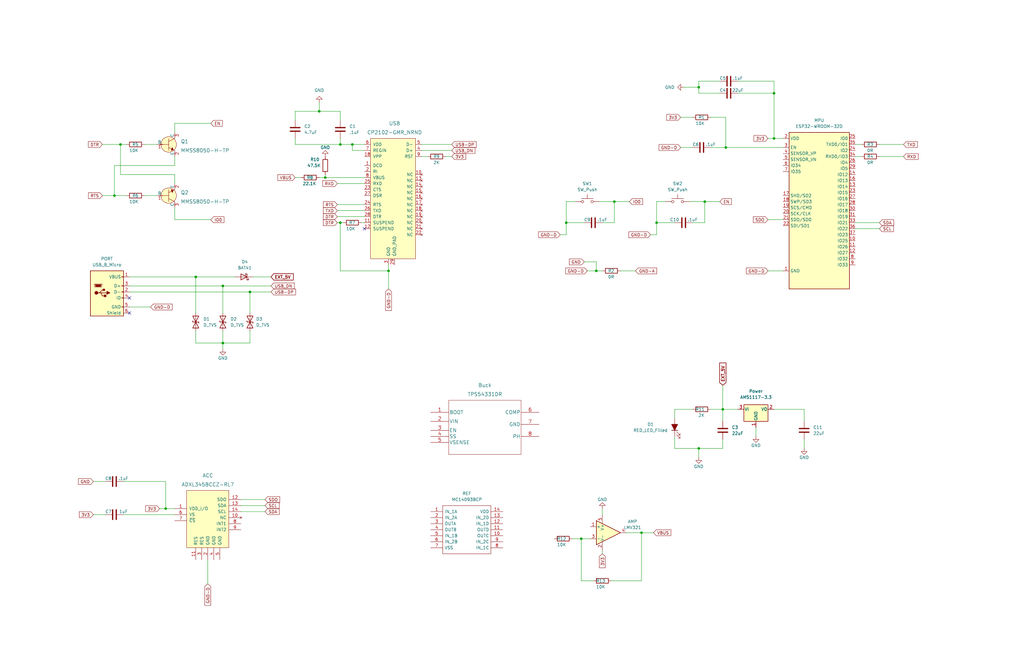
<source format=kicad_sch>
(kicad_sch (version 20211123) (generator eeschema)

  (uuid 0a028f90-4c05-41ee-9610-befce38f2dac)

  (paper "USLedger")

  (title_block
    (title "OPEN VIBRATION CIRCUIT SCHEMATIC LAYOUT")
    (date "10-24-2022")
    (rev "A")
    (company "COMPANY: NSE")
    (comment 1 "CHECKED: ANTHONY DOUD")
    (comment 2 "REVIEWED: ZACH LAHNERS")
    (comment 3 "DRAFTED: DAMIEN MORALES")
  )

  (lib_symbols
    (symbol "ADXL345BCCZ-RL7_1" (pin_names (offset 1.016)) (in_bom yes) (on_board yes)
      (property "Reference" "ACC" (id 0) (at 3.81 17.78 0)
        (effects (font (size 1.524 1.524)))
      )
      (property "Value" "ADXL345BCCZ-RL7" (id 1) (at 3.81 13.97 0)
        (effects (font (size 1.524 1.524)))
      )
      (property "Footprint" "digikey-footprints:LGA-14_3x5mm_RevA" (id 2) (at -71.12 -40.64 0)
        (effects (font (size 1.524 1.524)) (justify left) hide)
      )
      (property "Datasheet" "https://www.analog.com/media/en/technical-documentation/data-sheets/ADXL345.pdf" (id 3) (at -71.12 -43.18 0)
        (effects (font (size 1.524 1.524)) (justify left) hide)
      )
      (property "Digi-Key_PN" "ADXL345BCCZ-RL7CT-ND" (id 4) (at -71.12 -45.72 0)
        (effects (font (size 1.524 1.524)) (justify left) hide)
      )
      (property "MPN" "ADXL345BCCZ-RL7" (id 5) (at -71.12 -48.26 0)
        (effects (font (size 1.524 1.524)) (justify left) hide)
      )
      (property "Category" "Sensors, Transducers" (id 6) (at -71.12 -50.8 0)
        (effects (font (size 1.524 1.524)) (justify left) hide)
      )
      (property "Family" "Motion Sensors - Accelerometers" (id 7) (at -71.12 -53.34 0)
        (effects (font (size 1.524 1.524)) (justify left) hide)
      )
      (property "DK_Datasheet_Link" "https://www.analog.com/media/en/technical-documentation/data-sheets/ADXL345.pdf" (id 8) (at -71.12 -55.88 0)
        (effects (font (size 1.524 1.524)) (justify left) hide)
      )
      (property "DK_Detail_Page" "/product-detail/en/analog-devices-inc/ADXL345BCCZ-RL7/ADXL345BCCZ-RL7CT-ND/2038984" (id 9) (at -71.12 -58.42 0)
        (effects (font (size 1.524 1.524)) (justify left) hide)
      )
      (property "Description" "ACCEL 2-16G I2C/SPI 14LGA" (id 10) (at -71.12 -60.96 0)
        (effects (font (size 1.524 1.524)) (justify left) hide)
      )
      (property "Manufacturer" "Analog Devices Inc." (id 11) (at -71.12 -63.5 0)
        (effects (font (size 1.524 1.524)) (justify left) hide)
      )
      (property "Status" "Active" (id 12) (at -71.12 -66.04 0)
        (effects (font (size 1.524 1.524)) (justify left) hide)
      )
      (property "ki_keywords" "ADXL345BCCZ-RL7CT-ND" (id 13) (at 0 0 0)
        (effects (font (size 1.27 1.27)) hide)
      )
      (property "ki_description" "ACCEL 2-16G I2C/SPI 14LGA" (id 14) (at 0 0 0)
        (effects (font (size 1.27 1.27)) hide)
      )
      (symbol "ADXL345BCCZ-RL7_1_0_1"
        (rectangle (start -5.08 11.43) (end 12.7 -12.7)
          (stroke (width 0) (type default) (color 0 0 0 0))
          (fill (type background))
        )
      )
      (symbol "ADXL345BCCZ-RL7_1_1_1"
        (pin power_in line (at -10.16 3.81 0) (length 5.08)
          (name "VDD_I/O" (effects (font (size 1.27 1.27))))
          (number "1" (effects (font (size 1.27 1.27))))
        )
        (pin no_connect line (at 17.78 0 180) (length 5.08)
          (name "NC" (effects (font (size 1.27 1.27))))
          (number "10" (effects (font (size 1.27 1.27))))
        )
        (pin power_in line (at -1.27 -17.78 90) (length 5.08)
          (name "RES" (effects (font (size 1.27 1.27))))
          (number "11" (effects (font (size 1.27 1.27))))
        )
        (pin bidirectional line (at 17.78 7.62 180) (length 5.08)
          (name "SDO" (effects (font (size 1.27 1.27))))
          (number "12" (effects (font (size 1.27 1.27))))
        )
        (pin bidirectional line (at 17.78 5.08 180) (length 5.08)
          (name "SDA" (effects (font (size 1.27 1.27))))
          (number "13" (effects (font (size 1.27 1.27))))
        )
        (pin bidirectional line (at 17.78 2.54 180) (length 5.08)
          (name "SCL" (effects (font (size 1.27 1.27))))
          (number "14" (effects (font (size 1.27 1.27))))
        )
        (pin power_in line (at 3.81 -17.78 90) (length 5.08)
          (name "GND" (effects (font (size 1.27 1.27))))
          (number "2" (effects (font (size 1.27 1.27))))
        )
        (pin power_in line (at 1.27 -17.78 90) (length 5.08)
          (name "RES" (effects (font (size 1.27 1.27))))
          (number "3" (effects (font (size 1.27 1.27))))
        )
        (pin power_in line (at 6.35 -17.78 90) (length 5.08)
          (name "GND" (effects (font (size 1.27 1.27))))
          (number "4" (effects (font (size 1.27 1.27))))
        )
        (pin power_in line (at 8.89 -17.78 90) (length 5.08)
          (name "GND" (effects (font (size 1.27 1.27))))
          (number "5" (effects (font (size 1.27 1.27))))
        )
        (pin power_in line (at -10.16 1.27 0) (length 5.08)
          (name "VS" (effects (font (size 1.27 1.27))))
          (number "6" (effects (font (size 1.27 1.27))))
        )
        (pin input line (at -10.16 -1.27 0) (length 5.08)
          (name "~{CS}" (effects (font (size 1.27 1.27))))
          (number "7" (effects (font (size 1.27 1.27))))
        )
        (pin output line (at 17.78 -2.54 180) (length 5.08)
          (name "INT1" (effects (font (size 1.27 1.27))))
          (number "8" (effects (font (size 1.27 1.27))))
        )
        (pin output line (at 17.78 -5.08 180) (length 5.08)
          (name "INT2" (effects (font (size 1.27 1.27))))
          (number "9" (effects (font (size 1.27 1.27))))
        )
      )
    )
    (symbol "Amplifier_Operational:LMV321" (pin_names (offset 0.127)) (in_bom yes) (on_board yes)
      (property "Reference" "U" (id 0) (at 0 5.08 0)
        (effects (font (size 1.27 1.27)) (justify left))
      )
      (property "Value" "LMV321" (id 1) (at 0 -5.08 0)
        (effects (font (size 1.27 1.27)) (justify left))
      )
      (property "Footprint" "" (id 2) (at 0 0 0)
        (effects (font (size 1.27 1.27)) (justify left) hide)
      )
      (property "Datasheet" "http://www.ti.com/lit/ds/symlink/lmv324.pdf" (id 3) (at 0 0 0)
        (effects (font (size 1.27 1.27)) hide)
      )
      (property "ki_keywords" "single opamp" (id 4) (at 0 0 0)
        (effects (font (size 1.27 1.27)) hide)
      )
      (property "ki_description" "Low-Voltage Rail-to-Rail Output Operational Amplifiers, SOT-23-5/SC-70-5" (id 5) (at 0 0 0)
        (effects (font (size 1.27 1.27)) hide)
      )
      (property "ki_fp_filters" "SOT?23* *SC*70*" (id 6) (at 0 0 0)
        (effects (font (size 1.27 1.27)) hide)
      )
      (symbol "LMV321_0_1"
        (polyline
          (pts
            (xy -5.08 5.08)
            (xy 5.08 0)
            (xy -5.08 -5.08)
            (xy -5.08 5.08)
          )
          (stroke (width 0.254) (type default) (color 0 0 0 0))
          (fill (type background))
        )
        (pin power_in line (at -2.54 -7.62 90) (length 3.81)
          (name "V-" (effects (font (size 1.27 1.27))))
          (number "2" (effects (font (size 1.27 1.27))))
        )
        (pin power_in line (at -2.54 7.62 270) (length 3.81)
          (name "V+" (effects (font (size 1.27 1.27))))
          (number "5" (effects (font (size 1.27 1.27))))
        )
      )
      (symbol "LMV321_1_1"
        (pin input line (at -7.62 2.54 0) (length 2.54)
          (name "+" (effects (font (size 1.27 1.27))))
          (number "1" (effects (font (size 1.27 1.27))))
        )
        (pin input line (at -7.62 -2.54 0) (length 2.54)
          (name "-" (effects (font (size 1.27 1.27))))
          (number "3" (effects (font (size 1.27 1.27))))
        )
        (pin output line (at 7.62 0 180) (length 2.54)
          (name "~" (effects (font (size 1.27 1.27))))
          (number "4" (effects (font (size 1.27 1.27))))
        )
      )
    )
    (symbol "CP2102-GMR_NRND_1" (pin_names (offset 1.016)) (in_bom yes) (on_board yes)
      (property "Reference" "USB" (id 0) (at 1.27 22.86 0)
        (effects (font (size 1.524 1.524)) (justify left))
      )
      (property "Value" "CP2102-GMR_NRND_1" (id 1) (at -6.35 19.05 0)
        (effects (font (size 1.524 1.524)) (justify left))
      )
      (property "Footprint" "digikey-footprints:VFQFN-28-1EP_5x5mm" (id 2) (at 72.39 38.1 0)
        (effects (font (size 1.524 1.524)) (justify left) hide)
      )
      (property "Datasheet" "https://www.silabs.com/documents/public/data-sheets/CP2102-9.pdf" (id 3) (at 72.39 40.64 0)
        (effects (font (size 1.524 1.524)) (justify left) hide)
      )
      (property "Digi-Key_PN" "336-1160-1-ND" (id 4) (at 72.39 43.18 0)
        (effects (font (size 1.524 1.524)) (justify left) hide)
      )
      (property "MPN" "CP2102-GMR" (id 5) (at 72.39 45.72 0)
        (effects (font (size 1.524 1.524)) (justify left) hide)
      )
      (property "Category" "Integrated Circuits (ICs)" (id 6) (at 72.39 48.26 0)
        (effects (font (size 1.524 1.524)) (justify left) hide)
      )
      (property "Family" "Interface - Controllers" (id 7) (at 72.39 50.8 0)
        (effects (font (size 1.524 1.524)) (justify left) hide)
      )
      (property "DK_Datasheet_Link" "https://www.silabs.com/documents/public/data-sheets/CP2102-9.pdf" (id 8) (at 72.39 53.34 0)
        (effects (font (size 1.524 1.524)) (justify left) hide)
      )
      (property "DK_Detail_Page" "/product-detail/en/silicon-labs/CP2102-GMR/336-1160-1-ND/3672615" (id 9) (at 72.39 55.88 0)
        (effects (font (size 1.524 1.524)) (justify left) hide)
      )
      (property "Description" "IC USB-TO-UART BRIDGE 28VQFN" (id 10) (at 72.39 58.42 0)
        (effects (font (size 1.524 1.524)) (justify left) hide)
      )
      (property "Manufacturer" "Silicon Labs" (id 11) (at 72.39 60.96 0)
        (effects (font (size 1.524 1.524)) (justify left) hide)
      )
      (property "Status" "Not For New Designs" (id 12) (at 72.39 63.5 0)
        (effects (font (size 1.524 1.524)) (justify left) hide)
      )
      (property "ki_keywords" "336-1160-1-ND" (id 13) (at 0 0 0)
        (effects (font (size 1.27 1.27)) hide)
      )
      (property "ki_description" "IC USB-TO-UART BRIDGE 28VQFN" (id 14) (at 0 0 0)
        (effects (font (size 1.27 1.27)) hide)
      )
      (symbol "CP2102-GMR_NRND_1_0_1"
        (rectangle (start -5.08 17.78) (end 13.97 -33.02)
          (stroke (width 0) (type default) (color 0 0 0 0))
          (fill (type background))
        )
      )
      (symbol "CP2102-GMR_NRND_1_1_1"
        (pin input line (at -7.62 6.35 0) (length 2.54)
          (name "DCD" (effects (font (size 1.27 1.27))))
          (number "1" (effects (font (size 1.27 1.27))))
        )
        (pin no_connect line (at 16.51 2.54 180) (length 2.54)
          (name "NC" (effects (font (size 1.27 1.27))))
          (number "10" (effects (font (size 1.27 1.27))))
        )
        (pin output line (at -7.62 -17.78 0) (length 2.54)
          (name "SUSPEND" (effects (font (size 1.27 1.27))))
          (number "11" (effects (font (size 1.27 1.27))))
        )
        (pin output line (at -7.62 -20.32 0) (length 2.54)
          (name "SUSPEND" (effects (font (size 1.27 1.27))))
          (number "12" (effects (font (size 1.27 1.27))))
        )
        (pin no_connect line (at 16.51 0 180) (length 2.54)
          (name "NC" (effects (font (size 1.27 1.27))))
          (number "13" (effects (font (size 1.27 1.27))))
        )
        (pin no_connect line (at 16.51 -2.54 180) (length 2.54)
          (name "NC" (effects (font (size 1.27 1.27))))
          (number "14" (effects (font (size 1.27 1.27))))
        )
        (pin no_connect line (at 16.51 -5.08 180) (length 2.54)
          (name "NC" (effects (font (size 1.27 1.27))))
          (number "15" (effects (font (size 1.27 1.27))))
        )
        (pin no_connect line (at 16.51 -7.62 180) (length 2.54)
          (name "NC" (effects (font (size 1.27 1.27))))
          (number "16" (effects (font (size 1.27 1.27))))
        )
        (pin no_connect line (at 16.51 -10.16 180) (length 2.54)
          (name "NC" (effects (font (size 1.27 1.27))))
          (number "17" (effects (font (size 1.27 1.27))))
        )
        (pin no_connect line (at 16.51 -12.7 180) (length 2.54)
          (name "NC" (effects (font (size 1.27 1.27))))
          (number "18" (effects (font (size 1.27 1.27))))
        )
        (pin power_in line (at -7.62 10.16 0) (length 2.54)
          (name "VPP" (effects (font (size 1.27 1.27))))
          (number "18" (effects (font (size 1.27 1.27))))
        )
        (pin no_connect line (at 16.51 -15.24 180) (length 2.54)
          (name "NC" (effects (font (size 1.27 1.27))))
          (number "19" (effects (font (size 1.27 1.27))))
        )
        (pin input line (at -7.62 3.81 0) (length 2.54)
          (name "RI" (effects (font (size 1.27 1.27))))
          (number "2" (effects (font (size 1.27 1.27))))
        )
        (pin no_connect line (at 16.51 -17.78 180) (length 2.54)
          (name "NC" (effects (font (size 1.27 1.27))))
          (number "20" (effects (font (size 1.27 1.27))))
        )
        (pin no_connect line (at 16.51 -20.32 180) (length 2.54)
          (name "NC" (effects (font (size 1.27 1.27))))
          (number "21" (effects (font (size 1.27 1.27))))
        )
        (pin no_connect line (at 16.51 -22.86 180) (length 2.54)
          (name "NC" (effects (font (size 1.27 1.27))))
          (number "22" (effects (font (size 1.27 1.27))))
        )
        (pin input line (at -7.62 -3.81 0) (length 2.54)
          (name "CTS" (effects (font (size 1.27 1.27))))
          (number "23" (effects (font (size 1.27 1.27))))
        )
        (pin output line (at -7.62 -10.16 0) (length 2.54)
          (name "RTS" (effects (font (size 1.27 1.27))))
          (number "24" (effects (font (size 1.27 1.27))))
        )
        (pin input line (at -7.62 -1.27 0) (length 2.54)
          (name "RXD" (effects (font (size 1.27 1.27))))
          (number "25" (effects (font (size 1.27 1.27))))
        )
        (pin output line (at -7.62 -12.7 0) (length 2.54)
          (name "TXD" (effects (font (size 1.27 1.27))))
          (number "26" (effects (font (size 1.27 1.27))))
        )
        (pin input line (at -7.62 -6.35 0) (length 2.54)
          (name "DSR" (effects (font (size 1.27 1.27))))
          (number "27" (effects (font (size 1.27 1.27))))
        )
        (pin output line (at -7.62 -15.24 0) (length 2.54)
          (name "DTR" (effects (font (size 1.27 1.27))))
          (number "28" (effects (font (size 1.27 1.27))))
        )
        (pin power_in line (at 5.08 -35.56 90) (length 2.54)
          (name "GND_PAD" (effects (font (size 1.27 1.27))))
          (number "29" (effects (font (size 1.27 1.27))))
        )
        (pin power_in line (at 2.54 -35.56 90) (length 2.54)
          (name "GND" (effects (font (size 1.27 1.27))))
          (number "3" (effects (font (size 1.27 1.27))))
        )
        (pin bidirectional line (at 16.51 12.7 180) (length 2.54)
          (name "D+" (effects (font (size 1.27 1.27))))
          (number "4" (effects (font (size 1.27 1.27))))
        )
        (pin bidirectional line (at 16.51 15.24 180) (length 2.54)
          (name "D-" (effects (font (size 1.27 1.27))))
          (number "5" (effects (font (size 1.27 1.27))))
        )
        (pin passive line (at -7.62 15.24 0) (length 2.54)
          (name "VDD" (effects (font (size 1.27 1.27))))
          (number "6" (effects (font (size 1.27 1.27))))
        )
        (pin power_in line (at -7.62 12.7 0) (length 2.54)
          (name "REGIN" (effects (font (size 1.27 1.27))))
          (number "7" (effects (font (size 1.27 1.27))))
        )
        (pin input line (at -7.62 1.27 0) (length 2.54)
          (name "VBUS" (effects (font (size 1.27 1.27))))
          (number "8" (effects (font (size 1.27 1.27))))
        )
        (pin bidirectional line (at 16.51 10.16 180) (length 2.54)
          (name "RST" (effects (font (size 1.27 1.27))))
          (number "9" (effects (font (size 1.27 1.27))))
        )
      )
    )
    (symbol "Device:C" (pin_numbers hide) (pin_names (offset 0.254)) (in_bom yes) (on_board yes)
      (property "Reference" "C" (id 0) (at 0.635 2.54 0)
        (effects (font (size 1.27 1.27)) (justify left))
      )
      (property "Value" "C" (id 1) (at 0.635 -2.54 0)
        (effects (font (size 1.27 1.27)) (justify left))
      )
      (property "Footprint" "" (id 2) (at 0.9652 -3.81 0)
        (effects (font (size 1.27 1.27)) hide)
      )
      (property "Datasheet" "~" (id 3) (at 0 0 0)
        (effects (font (size 1.27 1.27)) hide)
      )
      (property "ki_keywords" "cap capacitor" (id 4) (at 0 0 0)
        (effects (font (size 1.27 1.27)) hide)
      )
      (property "ki_description" "Unpolarized capacitor" (id 5) (at 0 0 0)
        (effects (font (size 1.27 1.27)) hide)
      )
      (property "ki_fp_filters" "C_*" (id 6) (at 0 0 0)
        (effects (font (size 1.27 1.27)) hide)
      )
      (symbol "C_0_1"
        (polyline
          (pts
            (xy -2.032 -0.762)
            (xy 2.032 -0.762)
          )
          (stroke (width 0.508) (type default) (color 0 0 0 0))
          (fill (type none))
        )
        (polyline
          (pts
            (xy -2.032 0.762)
            (xy 2.032 0.762)
          )
          (stroke (width 0.508) (type default) (color 0 0 0 0))
          (fill (type none))
        )
      )
      (symbol "C_1_1"
        (pin passive line (at 0 3.81 270) (length 2.794)
          (name "~" (effects (font (size 1.27 1.27))))
          (number "1" (effects (font (size 1.27 1.27))))
        )
        (pin passive line (at 0 -3.81 90) (length 2.794)
          (name "~" (effects (font (size 1.27 1.27))))
          (number "2" (effects (font (size 1.27 1.27))))
        )
      )
    )
    (symbol "Device:D_TVS" (pin_numbers hide) (pin_names (offset 1.016) hide) (in_bom yes) (on_board yes)
      (property "Reference" "D" (id 0) (at 0 2.54 0)
        (effects (font (size 1.27 1.27)))
      )
      (property "Value" "D_TVS" (id 1) (at 0 -2.54 0)
        (effects (font (size 1.27 1.27)))
      )
      (property "Footprint" "" (id 2) (at 0 0 0)
        (effects (font (size 1.27 1.27)) hide)
      )
      (property "Datasheet" "~" (id 3) (at 0 0 0)
        (effects (font (size 1.27 1.27)) hide)
      )
      (property "ki_keywords" "diode TVS thyrector" (id 4) (at 0 0 0)
        (effects (font (size 1.27 1.27)) hide)
      )
      (property "ki_description" "Bidirectional transient-voltage-suppression diode" (id 5) (at 0 0 0)
        (effects (font (size 1.27 1.27)) hide)
      )
      (property "ki_fp_filters" "TO-???* *_Diode_* *SingleDiode* D_*" (id 6) (at 0 0 0)
        (effects (font (size 1.27 1.27)) hide)
      )
      (symbol "D_TVS_0_1"
        (polyline
          (pts
            (xy 1.27 0)
            (xy -1.27 0)
          )
          (stroke (width 0) (type default) (color 0 0 0 0))
          (fill (type none))
        )
        (polyline
          (pts
            (xy 0.508 1.27)
            (xy 0 1.27)
            (xy 0 -1.27)
            (xy -0.508 -1.27)
          )
          (stroke (width 0.254) (type default) (color 0 0 0 0))
          (fill (type none))
        )
        (polyline
          (pts
            (xy -2.54 1.27)
            (xy -2.54 -1.27)
            (xy 2.54 1.27)
            (xy 2.54 -1.27)
            (xy -2.54 1.27)
          )
          (stroke (width 0.254) (type default) (color 0 0 0 0))
          (fill (type none))
        )
      )
      (symbol "D_TVS_1_1"
        (pin passive line (at -3.81 0 0) (length 2.54)
          (name "A1" (effects (font (size 1.27 1.27))))
          (number "1" (effects (font (size 1.27 1.27))))
        )
        (pin passive line (at 3.81 0 180) (length 2.54)
          (name "A2" (effects (font (size 1.27 1.27))))
          (number "2" (effects (font (size 1.27 1.27))))
        )
      )
    )
    (symbol "Device:LED_Filled" (pin_numbers hide) (pin_names (offset 1.016) hide) (in_bom yes) (on_board yes)
      (property "Reference" "D" (id 0) (at 0 2.54 0)
        (effects (font (size 1.27 1.27)))
      )
      (property "Value" "LED_Filled" (id 1) (at 0 -2.54 0)
        (effects (font (size 1.27 1.27)))
      )
      (property "Footprint" "" (id 2) (at 0 0 0)
        (effects (font (size 1.27 1.27)) hide)
      )
      (property "Datasheet" "~" (id 3) (at 0 0 0)
        (effects (font (size 1.27 1.27)) hide)
      )
      (property "ki_keywords" "LED diode" (id 4) (at 0 0 0)
        (effects (font (size 1.27 1.27)) hide)
      )
      (property "ki_description" "Light emitting diode, filled shape" (id 5) (at 0 0 0)
        (effects (font (size 1.27 1.27)) hide)
      )
      (property "ki_fp_filters" "LED* LED_SMD:* LED_THT:*" (id 6) (at 0 0 0)
        (effects (font (size 1.27 1.27)) hide)
      )
      (symbol "LED_Filled_0_1"
        (polyline
          (pts
            (xy -1.27 -1.27)
            (xy -1.27 1.27)
          )
          (stroke (width 0.254) (type default) (color 0 0 0 0))
          (fill (type none))
        )
        (polyline
          (pts
            (xy -1.27 0)
            (xy 1.27 0)
          )
          (stroke (width 0) (type default) (color 0 0 0 0))
          (fill (type none))
        )
        (polyline
          (pts
            (xy 1.27 -1.27)
            (xy 1.27 1.27)
            (xy -1.27 0)
            (xy 1.27 -1.27)
          )
          (stroke (width 0.254) (type default) (color 0 0 0 0))
          (fill (type outline))
        )
        (polyline
          (pts
            (xy -3.048 -0.762)
            (xy -4.572 -2.286)
            (xy -3.81 -2.286)
            (xy -4.572 -2.286)
            (xy -4.572 -1.524)
          )
          (stroke (width 0) (type default) (color 0 0 0 0))
          (fill (type none))
        )
        (polyline
          (pts
            (xy -1.778 -0.762)
            (xy -3.302 -2.286)
            (xy -2.54 -2.286)
            (xy -3.302 -2.286)
            (xy -3.302 -1.524)
          )
          (stroke (width 0) (type default) (color 0 0 0 0))
          (fill (type none))
        )
      )
      (symbol "LED_Filled_1_1"
        (pin passive line (at -3.81 0 0) (length 2.54)
          (name "K" (effects (font (size 1.27 1.27))))
          (number "1" (effects (font (size 1.27 1.27))))
        )
        (pin passive line (at 3.81 0 180) (length 2.54)
          (name "A" (effects (font (size 1.27 1.27))))
          (number "2" (effects (font (size 1.27 1.27))))
        )
      )
    )
    (symbol "Device:R" (pin_numbers hide) (pin_names (offset 0)) (in_bom yes) (on_board yes)
      (property "Reference" "R" (id 0) (at 2.032 0 90)
        (effects (font (size 1.27 1.27)))
      )
      (property "Value" "R" (id 1) (at 0 0 90)
        (effects (font (size 1.27 1.27)))
      )
      (property "Footprint" "" (id 2) (at -1.778 0 90)
        (effects (font (size 1.27 1.27)) hide)
      )
      (property "Datasheet" "~" (id 3) (at 0 0 0)
        (effects (font (size 1.27 1.27)) hide)
      )
      (property "ki_keywords" "R res resistor" (id 4) (at 0 0 0)
        (effects (font (size 1.27 1.27)) hide)
      )
      (property "ki_description" "Resistor" (id 5) (at 0 0 0)
        (effects (font (size 1.27 1.27)) hide)
      )
      (property "ki_fp_filters" "R_*" (id 6) (at 0 0 0)
        (effects (font (size 1.27 1.27)) hide)
      )
      (symbol "R_0_1"
        (rectangle (start -1.016 -2.54) (end 1.016 2.54)
          (stroke (width 0.254) (type default) (color 0 0 0 0))
          (fill (type none))
        )
      )
      (symbol "R_1_1"
        (pin passive line (at 0 3.81 270) (length 1.27)
          (name "~" (effects (font (size 1.27 1.27))))
          (number "1" (effects (font (size 1.27 1.27))))
        )
        (pin passive line (at 0 -3.81 90) (length 1.27)
          (name "~" (effects (font (size 1.27 1.27))))
          (number "2" (effects (font (size 1.27 1.27))))
        )
      )
    )
    (symbol "Diode:BAT41" (pin_numbers hide) (pin_names (offset 1.016) hide) (in_bom yes) (on_board yes)
      (property "Reference" "D" (id 0) (at 0 2.54 0)
        (effects (font (size 1.27 1.27)))
      )
      (property "Value" "BAT41" (id 1) (at 0 -2.54 0)
        (effects (font (size 1.27 1.27)))
      )
      (property "Footprint" "Diode_THT:D_DO-35_SOD27_P7.62mm_Horizontal" (id 2) (at 0 -4.445 0)
        (effects (font (size 1.27 1.27)) hide)
      )
      (property "Datasheet" "http://www.vishay.com/docs/85659/bat41.pdf" (id 3) (at 0 0 0)
        (effects (font (size 1.27 1.27)) hide)
      )
      (property "ki_keywords" "diode Schottky" (id 4) (at 0 0 0)
        (effects (font (size 1.27 1.27)) hide)
      )
      (property "ki_description" "100V 0.1A Small Signal Schottky Diode, DO-35" (id 5) (at 0 0 0)
        (effects (font (size 1.27 1.27)) hide)
      )
      (property "ki_fp_filters" "D*DO?35*" (id 6) (at 0 0 0)
        (effects (font (size 1.27 1.27)) hide)
      )
      (symbol "BAT41_0_1"
        (polyline
          (pts
            (xy 1.27 0)
            (xy -1.27 0)
          )
          (stroke (width 0) (type default) (color 0 0 0 0))
          (fill (type none))
        )
        (polyline
          (pts
            (xy 1.27 1.27)
            (xy 1.27 -1.27)
            (xy -1.27 0)
            (xy 1.27 1.27)
          )
          (stroke (width 0.254) (type default) (color 0 0 0 0))
          (fill (type none))
        )
        (polyline
          (pts
            (xy -1.905 0.635)
            (xy -1.905 1.27)
            (xy -1.27 1.27)
            (xy -1.27 -1.27)
            (xy -0.635 -1.27)
            (xy -0.635 -0.635)
          )
          (stroke (width 0.254) (type default) (color 0 0 0 0))
          (fill (type none))
        )
      )
      (symbol "BAT41_1_1"
        (pin passive line (at -3.81 0 0) (length 2.54)
          (name "K" (effects (font (size 1.27 1.27))))
          (number "1" (effects (font (size 1.27 1.27))))
        )
        (pin passive line (at 3.81 0 180) (length 2.54)
          (name "A" (effects (font (size 1.27 1.27))))
          (number "2" (effects (font (size 1.27 1.27))))
        )
      )
    )
    (symbol "ESP32-WROOM-32D_1" (in_bom yes) (on_board yes)
      (property "Reference" "MPU" (id 0) (at 0 38.1 0)
        (effects (font (size 1.27 1.27)))
      )
      (property "Value" "ESP32-WROOM-32D" (id 1) (at 0 35.56 0)
        (effects (font (size 1.27 1.27)))
      )
      (property "Footprint" "RF_Module:ESP32-WROOM-32" (id 2) (at 0 -38.1 0)
        (effects (font (size 1.27 1.27)) hide)
      )
      (property "Datasheet" "https://www.espressif.com/sites/default/files/documentation/esp32-wroom-32d_esp32-wroom-32u_datasheet_en.pdf" (id 3) (at -7.62 1.27 0)
        (effects (font (size 1.27 1.27)) hide)
      )
      (property "ki_keywords" "RF Radio BT ESP ESP32 Espressif onboard PCB antenna" (id 4) (at 0 0 0)
        (effects (font (size 1.27 1.27)) hide)
      )
      (property "ki_description" "RF Module, ESP32-D0WD SoC, Wi-Fi 802.11b/g/n, Bluetooth, BLE, 32-bit, 2.7-3.6V, onboard antenna, SMD" (id 5) (at 0 0 0)
        (effects (font (size 1.27 1.27)) hide)
      )
      (property "ki_fp_filters" "ESP32?WROOM?32*" (id 6) (at 0 0 0)
        (effects (font (size 1.27 1.27)) hide)
      )
      (symbol "ESP32-WROOM-32D_1_0_1"
        (rectangle (start -12.7 33.02) (end 12.7 -33.02)
          (stroke (width 0.254) (type default) (color 0 0 0 0))
          (fill (type background))
        )
      )
      (symbol "ESP32-WROOM-32D_1_1_1"
        (pin power_in line (at -15.24 -25.4 0) (length 2.54)
          (name "GND" (effects (font (size 1.27 1.27))))
          (number "1" (effects (font (size 1.27 1.27))))
        )
        (pin bidirectional line (at 15.24 -12.7 180) (length 2.54)
          (name "IO25" (effects (font (size 1.27 1.27))))
          (number "10" (effects (font (size 1.27 1.27))))
        )
        (pin bidirectional line (at 15.24 -15.24 180) (length 2.54)
          (name "IO26" (effects (font (size 1.27 1.27))))
          (number "11" (effects (font (size 1.27 1.27))))
        )
        (pin bidirectional line (at 15.24 -17.78 180) (length 2.54)
          (name "IO27" (effects (font (size 1.27 1.27))))
          (number "12" (effects (font (size 1.27 1.27))))
        )
        (pin bidirectional line (at 15.24 10.16 180) (length 2.54)
          (name "IO14" (effects (font (size 1.27 1.27))))
          (number "13" (effects (font (size 1.27 1.27))))
        )
        (pin bidirectional line (at 15.24 15.24 180) (length 2.54)
          (name "IO12" (effects (font (size 1.27 1.27))))
          (number "14" (effects (font (size 1.27 1.27))))
        )
        (pin passive line (at -15.24 -25.4 0) (length 2.54) hide
          (name "GND" (effects (font (size 1.27 1.27))))
          (number "15" (effects (font (size 1.27 1.27))))
        )
        (pin bidirectional line (at 15.24 12.7 180) (length 2.54)
          (name "IO13" (effects (font (size 1.27 1.27))))
          (number "16" (effects (font (size 1.27 1.27))))
        )
        (pin bidirectional line (at -15.24 6.35 0) (length 2.54)
          (name "SHD/SD2" (effects (font (size 1.27 1.27))))
          (number "17" (effects (font (size 1.27 1.27))))
        )
        (pin bidirectional line (at -15.24 3.81 0) (length 2.54)
          (name "SWP/SD3" (effects (font (size 1.27 1.27))))
          (number "18" (effects (font (size 1.27 1.27))))
        )
        (pin bidirectional line (at -15.24 1.27 0) (length 2.54)
          (name "SCS/CMD" (effects (font (size 1.27 1.27))))
          (number "19" (effects (font (size 1.27 1.27))))
        )
        (pin power_in line (at -15.24 30.48 0) (length 2.54)
          (name "VDD" (effects (font (size 1.27 1.27))))
          (number "2" (effects (font (size 1.27 1.27))))
        )
        (pin bidirectional line (at -15.24 -1.27 0) (length 2.54)
          (name "SCK/CLK" (effects (font (size 1.27 1.27))))
          (number "20" (effects (font (size 1.27 1.27))))
        )
        (pin bidirectional line (at -15.24 -3.81 0) (length 2.54)
          (name "SDO/SD0" (effects (font (size 1.27 1.27))))
          (number "21" (effects (font (size 1.27 1.27))))
        )
        (pin bidirectional line (at -15.24 -6.35 0) (length 2.54)
          (name "SDI/SD1" (effects (font (size 1.27 1.27))))
          (number "22" (effects (font (size 1.27 1.27))))
        )
        (pin bidirectional line (at 15.24 7.62 180) (length 2.54)
          (name "IO15" (effects (font (size 1.27 1.27))))
          (number "23" (effects (font (size 1.27 1.27))))
        )
        (pin bidirectional line (at 15.24 25.4 180) (length 2.54)
          (name "IO2" (effects (font (size 1.27 1.27))))
          (number "24" (effects (font (size 1.27 1.27))))
        )
        (pin bidirectional line (at 15.24 30.48 180) (length 2.54)
          (name "IO0" (effects (font (size 1.27 1.27))))
          (number "25" (effects (font (size 1.27 1.27))))
        )
        (pin bidirectional line (at 15.24 20.32 180) (length 2.54)
          (name "IO4" (effects (font (size 1.27 1.27))))
          (number "26" (effects (font (size 1.27 1.27))))
        )
        (pin bidirectional line (at 15.24 5.08 180) (length 2.54)
          (name "IO16" (effects (font (size 1.27 1.27))))
          (number "27" (effects (font (size 1.27 1.27))))
        )
        (pin bidirectional line (at 15.24 2.54 180) (length 2.54)
          (name "IO17" (effects (font (size 1.27 1.27))))
          (number "28" (effects (font (size 1.27 1.27))))
        )
        (pin bidirectional line (at 15.24 17.78 180) (length 2.54)
          (name "IO5" (effects (font (size 1.27 1.27))))
          (number "29" (effects (font (size 1.27 1.27))))
        )
        (pin input line (at -15.24 26.67 0) (length 2.54)
          (name "EN" (effects (font (size 1.27 1.27))))
          (number "3" (effects (font (size 1.27 1.27))))
        )
        (pin bidirectional line (at 15.24 0 180) (length 2.54)
          (name "IO18" (effects (font (size 1.27 1.27))))
          (number "30" (effects (font (size 1.27 1.27))))
        )
        (pin bidirectional line (at 15.24 -2.54 180) (length 2.54)
          (name "IO19" (effects (font (size 1.27 1.27))))
          (number "31" (effects (font (size 1.27 1.27))))
        )
        (pin no_connect line (at -12.7 -27.94 0) (length 2.54) hide
          (name "NC" (effects (font (size 1.27 1.27))))
          (number "32" (effects (font (size 1.27 1.27))))
        )
        (pin bidirectional line (at 15.24 -5.08 180) (length 2.54)
          (name "IO21" (effects (font (size 1.27 1.27))))
          (number "33" (effects (font (size 1.27 1.27))))
        )
        (pin bidirectional line (at 15.24 22.86 180) (length 2.54)
          (name "RXD0/IO3" (effects (font (size 1.27 1.27))))
          (number "34" (effects (font (size 1.27 1.27))))
        )
        (pin bidirectional line (at 15.24 27.94 180) (length 2.54)
          (name "TXD0/IO1" (effects (font (size 1.27 1.27))))
          (number "35" (effects (font (size 1.27 1.27))))
        )
        (pin bidirectional line (at 15.24 -7.62 180) (length 2.54)
          (name "IO22" (effects (font (size 1.27 1.27))))
          (number "36" (effects (font (size 1.27 1.27))))
        )
        (pin bidirectional line (at 15.24 -10.16 180) (length 2.54)
          (name "IO23" (effects (font (size 1.27 1.27))))
          (number "37" (effects (font (size 1.27 1.27))))
        )
        (pin passive line (at -15.24 -25.4 0) (length 2.54) hide
          (name "GND" (effects (font (size 1.27 1.27))))
          (number "38" (effects (font (size 1.27 1.27))))
        )
        (pin passive line (at -15.24 -25.4 0) (length 2.54) hide
          (name "GND" (effects (font (size 1.27 1.27))))
          (number "39" (effects (font (size 1.27 1.27))))
        )
        (pin input line (at -15.24 24.13 0) (length 2.54)
          (name "SENSOR_VP" (effects (font (size 1.27 1.27))))
          (number "4" (effects (font (size 1.27 1.27))))
        )
        (pin input line (at -15.24 21.59 0) (length 2.54)
          (name "SENSOR_VN" (effects (font (size 1.27 1.27))))
          (number "5" (effects (font (size 1.27 1.27))))
        )
        (pin input line (at -15.24 19.05 0) (length 2.54)
          (name "IO34" (effects (font (size 1.27 1.27))))
          (number "6" (effects (font (size 1.27 1.27))))
        )
        (pin input line (at -15.24 16.51 0) (length 2.54)
          (name "IO35" (effects (font (size 1.27 1.27))))
          (number "7" (effects (font (size 1.27 1.27))))
        )
        (pin bidirectional line (at 15.24 -20.32 180) (length 2.54)
          (name "IO32" (effects (font (size 1.27 1.27))))
          (number "8" (effects (font (size 1.27 1.27))))
        )
        (pin bidirectional line (at 15.24 -22.86 180) (length 2.54)
          (name "IO33" (effects (font (size 1.27 1.27))))
          (number "9" (effects (font (size 1.27 1.27))))
        )
      )
    )
    (symbol "MC14093BCP:MC14093BCP" (pin_names (offset 0.762)) (in_bom yes) (on_board yes)
      (property "Reference" "IC" (id 0) (at 26.67 7.62 0)
        (effects (font (size 1.27 1.27)) (justify left))
      )
      (property "Value" "MC14093BCP" (id 1) (at 26.67 5.08 0)
        (effects (font (size 1.27 1.27)) (justify left))
      )
      (property "Footprint" "DIP762W53P254L1848H469Q14N" (id 2) (at 26.67 2.54 0)
        (effects (font (size 1.27 1.27)) (justify left) hide)
      )
      (property "Datasheet" "http://www.onsemi.com/pub/Collateral/MC14093B-D.PDF" (id 3) (at 26.67 0 0)
        (effects (font (size 1.27 1.27)) (justify left) hide)
      )
      (property "Description" "Logic Circuit, Quad 2-Input NAND, CMOS, 14 Pin, Plastic, DIP" (id 4) (at 26.67 -2.54 0)
        (effects (font (size 1.27 1.27)) (justify left) hide)
      )
      (property "Height" "4.69" (id 5) (at 26.67 -5.08 0)
        (effects (font (size 1.27 1.27)) (justify left) hide)
      )
      (property "Kynix Part Number" "" (id 6) (at 26.67 -7.62 0)
        (effects (font (size 1.27 1.27)) (justify left) hide)
      )
      (property "Kynix Price/Stock" "" (id 7) (at 26.67 -10.16 0)
        (effects (font (size 1.27 1.27)) (justify left) hide)
      )
      (property "Manufacturer_Name" "onsemi" (id 8) (at 26.67 -12.7 0)
        (effects (font (size 1.27 1.27)) (justify left) hide)
      )
      (property "Manufacturer_Part_Number" "MC14093BCP" (id 9) (at 26.67 -15.24 0)
        (effects (font (size 1.27 1.27)) (justify left) hide)
      )
      (property "ki_description" "Logic Circuit, Quad 2-Input NAND, CMOS, 14 Pin, Plastic, DIP" (id 10) (at 0 0 0)
        (effects (font (size 1.27 1.27)) hide)
      )
      (symbol "MC14093BCP_0_0"
        (pin passive line (at 0 0 0) (length 5.08)
          (name "IN_1A" (effects (font (size 1.27 1.27))))
          (number "1" (effects (font (size 1.27 1.27))))
        )
        (pin passive line (at 30.48 -10.16 180) (length 5.08)
          (name "OUTC" (effects (font (size 1.27 1.27))))
          (number "10" (effects (font (size 1.27 1.27))))
        )
        (pin passive line (at 30.48 -7.62 180) (length 5.08)
          (name "OUTD" (effects (font (size 1.27 1.27))))
          (number "11" (effects (font (size 1.27 1.27))))
        )
        (pin passive line (at 30.48 -5.08 180) (length 5.08)
          (name "IN_1D" (effects (font (size 1.27 1.27))))
          (number "12" (effects (font (size 1.27 1.27))))
        )
        (pin passive line (at 30.48 -2.54 180) (length 5.08)
          (name "IN_2D" (effects (font (size 1.27 1.27))))
          (number "13" (effects (font (size 1.27 1.27))))
        )
        (pin passive line (at 30.48 0 180) (length 5.08)
          (name "VDD" (effects (font (size 1.27 1.27))))
          (number "14" (effects (font (size 1.27 1.27))))
        )
        (pin passive line (at 0 -2.54 0) (length 5.08)
          (name "IN_2A" (effects (font (size 1.27 1.27))))
          (number "2" (effects (font (size 1.27 1.27))))
        )
        (pin passive line (at 0 -5.08 0) (length 5.08)
          (name "OUTA" (effects (font (size 1.27 1.27))))
          (number "3" (effects (font (size 1.27 1.27))))
        )
        (pin passive line (at 0 -7.62 0) (length 5.08)
          (name "OUTB" (effects (font (size 1.27 1.27))))
          (number "4" (effects (font (size 1.27 1.27))))
        )
        (pin passive line (at 0 -10.16 0) (length 5.08)
          (name "IN_1B" (effects (font (size 1.27 1.27))))
          (number "5" (effects (font (size 1.27 1.27))))
        )
        (pin passive line (at 0 -12.7 0) (length 5.08)
          (name "IN_2B" (effects (font (size 1.27 1.27))))
          (number "6" (effects (font (size 1.27 1.27))))
        )
        (pin passive line (at 0 -15.24 0) (length 5.08)
          (name "VSS" (effects (font (size 1.27 1.27))))
          (number "7" (effects (font (size 1.27 1.27))))
        )
        (pin passive line (at 30.48 -15.24 180) (length 5.08)
          (name "IN_1C" (effects (font (size 1.27 1.27))))
          (number "8" (effects (font (size 1.27 1.27))))
        )
        (pin passive line (at 30.48 -12.7 180) (length 5.08)
          (name "IN_2C" (effects (font (size 1.27 1.27))))
          (number "9" (effects (font (size 1.27 1.27))))
        )
      )
      (symbol "MC14093BCP_0_1"
        (polyline
          (pts
            (xy 5.08 2.54)
            (xy 25.4 2.54)
            (xy 25.4 -17.78)
            (xy 5.08 -17.78)
            (xy 5.08 2.54)
          )
          (stroke (width 0.1524) (type default) (color 0 0 0 0))
          (fill (type none))
        )
      )
    )
    (symbol "MMSS8050-H-TP_1" (pin_names (offset 0)) (in_bom yes) (on_board yes)
      (property "Reference" "Q" (id 0) (at -3.2004 4.2164 0)
        (effects (font (size 1.524 1.524)) (justify left))
      )
      (property "Value" "MMSS8050-H-TP_1" (id 1) (at 5.2324 0 90)
        (effects (font (size 1.524 1.524)))
      )
      (property "Footprint" "digikey-footprints:SOT-23-3" (id 2) (at 5.08 5.08 0)
        (effects (font (size 1.524 1.524)) (justify left) hide)
      )
      (property "Datasheet" "https://www.mccsemi.com/pdf/Products/MMSS8050(SOT-23).pdf" (id 3) (at 5.08 7.62 0)
        (effects (font (size 1.524 1.524)) (justify left) hide)
      )
      (property "Digi-Key_PN" "MMSS8050-H-TPMSCT-ND" (id 4) (at 5.08 10.16 0)
        (effects (font (size 1.524 1.524)) (justify left) hide)
      )
      (property "MPN" "MMSS8050-H-TP" (id 5) (at 5.08 12.7 0)
        (effects (font (size 1.524 1.524)) (justify left) hide)
      )
      (property "Category" "Discrete Semiconductor Products" (id 6) (at 5.08 15.24 0)
        (effects (font (size 1.524 1.524)) (justify left) hide)
      )
      (property "Family" "Transistors - Bipolar (BJT) - Single" (id 7) (at 5.08 17.78 0)
        (effects (font (size 1.524 1.524)) (justify left) hide)
      )
      (property "DK_Datasheet_Link" "https://www.mccsemi.com/pdf/Products/MMSS8050(SOT-23).pdf" (id 8) (at 5.08 20.32 0)
        (effects (font (size 1.524 1.524)) (justify left) hide)
      )
      (property "DK_Detail_Page" "/product-detail/en/micro-commercial-co/MMSS8050-H-TP/MMSS8050-H-TPMSCT-ND/2825945" (id 9) (at 5.08 22.86 0)
        (effects (font (size 1.524 1.524)) (justify left) hide)
      )
      (property "Description" "TRANS NPN 25V 1.5A SOT23" (id 10) (at 5.08 25.4 0)
        (effects (font (size 1.524 1.524)) (justify left) hide)
      )
      (property "Manufacturer" "Micro Commercial Co" (id 11) (at 5.08 27.94 0)
        (effects (font (size 1.524 1.524)) (justify left) hide)
      )
      (property "Status" "Active" (id 12) (at 5.08 30.48 0)
        (effects (font (size 1.524 1.524)) (justify left) hide)
      )
      (property "ki_keywords" "MMSS8050-H-TPMSCT-ND" (id 13) (at 0 0 0)
        (effects (font (size 1.27 1.27)) hide)
      )
      (property "ki_description" "TRANS NPN 25V 1.5A SOT23" (id 14) (at 0 0 0)
        (effects (font (size 1.27 1.27)) hide)
      )
      (symbol "MMSS8050-H-TP_1_0_1"
        (polyline
          (pts
            (xy -3.81 0)
            (xy -2.54 0)
          )
          (stroke (width 0) (type default) (color 0 0 0 0))
          (fill (type none))
        )
        (polyline
          (pts
            (xy -3.556 0)
            (xy 0 0)
          )
          (stroke (width 0) (type default) (color 0 0 0 0))
          (fill (type none))
        )
        (polyline
          (pts
            (xy 0 -1.27)
            (xy 2.54 -2.54)
          )
          (stroke (width 0) (type default) (color 0 0 0 0))
          (fill (type none))
        )
        (polyline
          (pts
            (xy 0 1.27)
            (xy 2.54 2.54)
          )
          (stroke (width 0) (type default) (color 0 0 0 0))
          (fill (type none))
        )
        (polyline
          (pts
            (xy 0 2.54)
            (xy 0 -2.54)
          )
          (stroke (width 0) (type default) (color 0 0 0 0))
          (fill (type none))
        )
        (polyline
          (pts
            (xy 1.524 -1.27)
            (xy 2.032 -2.286)
            (xy 1.016 -2.54)
            (xy 1.524 -1.27)
          )
          (stroke (width 0) (type default) (color 0 0 0 0))
          (fill (type outline))
        )
        (circle (center 0 0) (radius 3.2512)
          (stroke (width 0) (type default) (color 0 0 0 0))
          (fill (type background))
        )
      )
      (symbol "MMSS8050-H-TP_1_1_1"
        (pin input line (at -5.08 0 0) (length 2.54)
          (name "B" (effects (font (size 1.27 1.27))))
          (number "1" (effects (font (size 1.27 1.27))))
        )
        (pin passive line (at 2.54 -5.08 90) (length 2.54)
          (name "E" (effects (font (size 1.27 1.27))))
          (number "2" (effects (font (size 1.27 1.27))))
        )
        (pin passive line (at 2.54 5.08 270) (length 2.54)
          (name "C" (effects (font (size 1.27 1.27))))
          (number "3" (effects (font (size 1.27 1.27))))
        )
      )
    )
    (symbol "Regulator_Linear:AMS1117-3.3" (pin_names (offset 0.254)) (in_bom yes) (on_board yes)
      (property "Reference" "U" (id 0) (at -3.81 3.175 0)
        (effects (font (size 1.27 1.27)))
      )
      (property "Value" "AMS1117-3.3" (id 1) (at 0 3.175 0)
        (effects (font (size 1.27 1.27)) (justify left))
      )
      (property "Footprint" "Package_TO_SOT_SMD:SOT-223-3_TabPin2" (id 2) (at 0 5.08 0)
        (effects (font (size 1.27 1.27)) hide)
      )
      (property "Datasheet" "http://www.advanced-monolithic.com/pdf/ds1117.pdf" (id 3) (at 2.54 -6.35 0)
        (effects (font (size 1.27 1.27)) hide)
      )
      (property "ki_keywords" "linear regulator ldo fixed positive" (id 4) (at 0 0 0)
        (effects (font (size 1.27 1.27)) hide)
      )
      (property "ki_description" "1A Low Dropout regulator, positive, 3.3V fixed output, SOT-223" (id 5) (at 0 0 0)
        (effects (font (size 1.27 1.27)) hide)
      )
      (property "ki_fp_filters" "SOT?223*TabPin2*" (id 6) (at 0 0 0)
        (effects (font (size 1.27 1.27)) hide)
      )
      (symbol "AMS1117-3.3_0_1"
        (rectangle (start -5.08 -5.08) (end 5.08 1.905)
          (stroke (width 0.254) (type default) (color 0 0 0 0))
          (fill (type background))
        )
      )
      (symbol "AMS1117-3.3_1_1"
        (pin power_in line (at 0 -7.62 90) (length 2.54)
          (name "GND" (effects (font (size 1.27 1.27))))
          (number "1" (effects (font (size 1.27 1.27))))
        )
        (pin power_out line (at 7.62 0 180) (length 2.54)
          (name "VO" (effects (font (size 1.27 1.27))))
          (number "2" (effects (font (size 1.27 1.27))))
        )
        (pin power_in line (at -7.62 0 0) (length 2.54)
          (name "VI" (effects (font (size 1.27 1.27))))
          (number "3" (effects (font (size 1.27 1.27))))
        )
      )
    )
    (symbol "Switch:SW_Push" (pin_numbers hide) (pin_names (offset 1.016) hide) (in_bom yes) (on_board yes)
      (property "Reference" "SW" (id 0) (at 1.27 2.54 0)
        (effects (font (size 1.27 1.27)) (justify left))
      )
      (property "Value" "SW_Push" (id 1) (at 0 -1.524 0)
        (effects (font (size 1.27 1.27)))
      )
      (property "Footprint" "" (id 2) (at 0 5.08 0)
        (effects (font (size 1.27 1.27)) hide)
      )
      (property "Datasheet" "~" (id 3) (at 0 5.08 0)
        (effects (font (size 1.27 1.27)) hide)
      )
      (property "ki_keywords" "switch normally-open pushbutton push-button" (id 4) (at 0 0 0)
        (effects (font (size 1.27 1.27)) hide)
      )
      (property "ki_description" "Push button switch, generic, two pins" (id 5) (at 0 0 0)
        (effects (font (size 1.27 1.27)) hide)
      )
      (symbol "SW_Push_0_1"
        (circle (center -2.032 0) (radius 0.508)
          (stroke (width 0) (type default) (color 0 0 0 0))
          (fill (type none))
        )
        (polyline
          (pts
            (xy 0 1.27)
            (xy 0 3.048)
          )
          (stroke (width 0) (type default) (color 0 0 0 0))
          (fill (type none))
        )
        (polyline
          (pts
            (xy 2.54 1.27)
            (xy -2.54 1.27)
          )
          (stroke (width 0) (type default) (color 0 0 0 0))
          (fill (type none))
        )
        (circle (center 2.032 0) (radius 0.508)
          (stroke (width 0) (type default) (color 0 0 0 0))
          (fill (type none))
        )
        (pin passive line (at -5.08 0 0) (length 2.54)
          (name "1" (effects (font (size 1.27 1.27))))
          (number "1" (effects (font (size 1.27 1.27))))
        )
        (pin passive line (at 5.08 0 180) (length 2.54)
          (name "2" (effects (font (size 1.27 1.27))))
          (number "2" (effects (font (size 1.27 1.27))))
        )
      )
    )
    (symbol "TPS54331DR_1" (pin_names (offset 0.254)) (in_bom yes) (on_board yes)
      (property "Reference" "Buck" (id 0) (at 22.86 11.43 0)
        (effects (font (size 1.524 1.524)))
      )
      (property "Value" "TPS54331DR_1" (id 1) (at 22.86 7.62 0)
        (effects (font (size 1.524 1.524)))
      )
      (property "Footprint" "D8" (id 2) (at 22.86 6.096 0)
        (effects (font (size 1.524 1.524)) hide)
      )
      (property "Datasheet" "" (id 3) (at 0 0 0)
        (effects (font (size 1.524 1.524)))
      )
      (property "ki_locked" "" (id 4) (at 0 0 0)
        (effects (font (size 1.27 1.27)))
      )
      (property "ki_fp_filters" "D8 D8-M D8-L" (id 5) (at 0 0 0)
        (effects (font (size 1.27 1.27)) hide)
      )
      (symbol "TPS54331DR_1_1_1"
        (polyline
          (pts
            (xy 7.62 -17.78)
            (xy 38.1 -17.78)
          )
          (stroke (width 0.127) (type default) (color 0 0 0 0))
          (fill (type none))
        )
        (polyline
          (pts
            (xy 7.62 5.08)
            (xy 7.62 -17.78)
          )
          (stroke (width 0.127) (type default) (color 0 0 0 0))
          (fill (type none))
        )
        (polyline
          (pts
            (xy 38.1 -17.78)
            (xy 38.1 5.08)
          )
          (stroke (width 0.127) (type default) (color 0 0 0 0))
          (fill (type none))
        )
        (polyline
          (pts
            (xy 38.1 5.08)
            (xy 7.62 5.08)
          )
          (stroke (width 0.127) (type default) (color 0 0 0 0))
          (fill (type none))
        )
        (pin unspecified line (at 0 0 0) (length 7.62)
          (name "BOOT" (effects (font (size 1.4986 1.4986))))
          (number "1" (effects (font (size 1.4986 1.4986))))
        )
        (pin input line (at 0 -3.81 0) (length 7.62)
          (name "VIN" (effects (font (size 1.4986 1.4986))))
          (number "2" (effects (font (size 1.4986 1.4986))))
        )
        (pin unspecified line (at 0 -7.62 0) (length 7.62)
          (name "EN" (effects (font (size 1.4986 1.4986))))
          (number "3" (effects (font (size 1.4986 1.4986))))
        )
        (pin unspecified line (at 0 -10.16 0) (length 7.62)
          (name "SS" (effects (font (size 1.4986 1.4986))))
          (number "4" (effects (font (size 1.4986 1.4986))))
        )
        (pin unspecified line (at 0 -12.7 0) (length 7.62)
          (name "VSENSE" (effects (font (size 1.4986 1.4986))))
          (number "5" (effects (font (size 1.4986 1.4986))))
        )
        (pin output line (at 45.72 0 180) (length 7.62)
          (name "COMP" (effects (font (size 1.4986 1.4986))))
          (number "6" (effects (font (size 1.4986 1.4986))))
        )
        (pin power_in line (at 45.72 -5.08 180) (length 7.62)
          (name "GND" (effects (font (size 1.4986 1.4986))))
          (number "7" (effects (font (size 1.4986 1.4986))))
        )
        (pin power_in line (at 45.72 -10.16 180) (length 7.62)
          (name "PH" (effects (font (size 1.4986 1.4986))))
          (number "8" (effects (font (size 1.4986 1.4986))))
        )
      )
    )
    (symbol "USB_B_Micro_1" (pin_names (offset 1.016)) (in_bom yes) (on_board yes)
      (property "Reference" "J?" (id 0) (at 5.08 12.7 0)
        (effects (font (size 1.27 1.27)))
      )
      (property "Value" "USB_B_Micro_1" (id 1) (at 5.08 10.16 0)
        (effects (font (size 1.27 1.27)))
      )
      (property "Footprint" "" (id 2) (at 7.62 0 0)
        (effects (font (size 1.27 1.27)) hide)
      )
      (property "Datasheet" "~" (id 3) (at 10.16 0 0)
        (effects (font (size 1.27 1.27)) hide)
      )
      (property "ki_keywords" "connector USB micro" (id 4) (at 0 0 0)
        (effects (font (size 1.27 1.27)) hide)
      )
      (property "ki_description" "USB Micro Type B connector" (id 5) (at 0 0 0)
        (effects (font (size 1.27 1.27)) hide)
      )
      (property "ki_fp_filters" "USB*" (id 6) (at 0 0 0)
        (effects (font (size 1.27 1.27)) hide)
      )
      (symbol "USB_B_Micro_1_0_1"
        (rectangle (start -2.54 7.62) (end 11.43 -11.43)
          (stroke (width 0.254) (type default) (color 0 0 0 0))
          (fill (type background))
        )
        (circle (center 0 -1.651) (radius 0.635)
          (stroke (width 0.254) (type default) (color 0 0 0 0))
          (fill (type outline))
        )
        (polyline
          (pts
            (xy 1.905 -1.651)
            (xy 4.445 -1.651)
          )
          (stroke (width 0.254) (type default) (color 0 0 0 0))
          (fill (type none))
        )
        (polyline
          (pts
            (xy 0.635 -1.651)
            (xy 1.27 -1.651)
            (xy 2.54 -0.381)
            (xy 3.175 -0.381)
          )
          (stroke (width 0.254) (type default) (color 0 0 0 0))
          (fill (type none))
        )
        (polyline
          (pts
            (xy 1.27 -1.651)
            (xy 1.905 -1.651)
            (xy 2.54 -2.921)
            (xy 3.81 -2.921)
          )
          (stroke (width 0.254) (type default) (color 0 0 0 0))
          (fill (type none))
        )
        (polyline
          (pts
            (xy 4.445 -1.016)
            (xy 4.445 -2.286)
            (xy 5.715 -1.651)
            (xy 4.445 -1.016)
          )
          (stroke (width 0.254) (type default) (color 0 0 0 0))
          (fill (type outline))
        )
        (polyline
          (pts
            (xy -0.508 1.778)
            (xy 2.032 1.778)
            (xy 1.778 1.016)
            (xy -0.254 1.016)
            (xy -0.508 1.778)
          )
          (stroke (width 0) (type default) (color 0 0 0 0))
          (fill (type outline))
        )
        (polyline
          (pts
            (xy -0.889 2.032)
            (xy -0.889 1.778)
            (xy -0.635 1.016)
            (xy -0.635 0.762)
            (xy 2.159 0.762)
            (xy 2.159 1.016)
            (xy 2.413 1.778)
            (xy 2.413 2.032)
            (xy -0.889 2.032)
          )
          (stroke (width 0) (type default) (color 0 0 0 0))
          (fill (type none))
        )
        (circle (center 3.175 -0.381) (radius 0.381)
          (stroke (width 0.254) (type default) (color 0 0 0 0))
          (fill (type outline))
        )
        (rectangle (start 4.064 -2.54) (end 3.302 -3.302)
          (stroke (width 0.254) (type default) (color 0 0 0 0))
          (fill (type outline))
        )
        (rectangle (start 11.43 -7.747) (end 10.668 -7.493)
          (stroke (width 0) (type default) (color 0 0 0 0))
          (fill (type none))
        )
        (rectangle (start 11.43 -3.937) (end 10.668 -3.683)
          (stroke (width 0) (type default) (color 0 0 0 0))
          (fill (type none))
        )
        (rectangle (start 11.43 -1.397) (end 10.668 -1.143)
          (stroke (width 0) (type default) (color 0 0 0 0))
          (fill (type none))
        )
        (rectangle (start 11.43 1.143) (end 10.668 1.397)
          (stroke (width 0) (type default) (color 0 0 0 0))
          (fill (type none))
        )
        (rectangle (start 11.43 4.953) (end 10.668 5.207)
          (stroke (width 0) (type default) (color 0 0 0 0))
          (fill (type none))
        )
      )
      (symbol "USB_B_Micro_1_1_1"
        (pin power_out line (at 13.97 5.08 180) (length 2.54)
          (name "VBUS" (effects (font (size 1.27 1.27))))
          (number "1" (effects (font (size 1.27 1.27))))
        )
        (pin bidirectional line (at 13.97 -1.27 180) (length 2.54)
          (name "D-" (effects (font (size 1.27 1.27))))
          (number "2" (effects (font (size 1.27 1.27))))
        )
        (pin bidirectional line (at 13.97 1.27 180) (length 2.54)
          (name "D+" (effects (font (size 1.27 1.27))))
          (number "3" (effects (font (size 1.27 1.27))))
        )
        (pin passive line (at 13.97 -3.81 180) (length 2.54)
          (name "ID" (effects (font (size 1.27 1.27))))
          (number "4" (effects (font (size 1.27 1.27))))
        )
        (pin power_out line (at 13.97 -7.62 180) (length 2.54)
          (name "GND" (effects (font (size 1.27 1.27))))
          (number "5" (effects (font (size 1.27 1.27))))
        )
        (pin passive line (at 13.97 -10.16 180) (length 2.54)
          (name "Shield" (effects (font (size 1.27 1.27))))
          (number "6" (effects (font (size 1.27 1.27))))
        )
      )
    )
    (symbol "power:GND" (power) (pin_names (offset 0)) (in_bom yes) (on_board yes)
      (property "Reference" "#PWR" (id 0) (at 0 -6.35 0)
        (effects (font (size 1.27 1.27)) hide)
      )
      (property "Value" "GND" (id 1) (at 0 -3.81 0)
        (effects (font (size 1.27 1.27)))
      )
      (property "Footprint" "" (id 2) (at 0 0 0)
        (effects (font (size 1.27 1.27)) hide)
      )
      (property "Datasheet" "" (id 3) (at 0 0 0)
        (effects (font (size 1.27 1.27)) hide)
      )
      (property "ki_keywords" "power-flag" (id 4) (at 0 0 0)
        (effects (font (size 1.27 1.27)) hide)
      )
      (property "ki_description" "Power symbol creates a global label with name \"GND\" , ground" (id 5) (at 0 0 0)
        (effects (font (size 1.27 1.27)) hide)
      )
      (symbol "GND_0_1"
        (polyline
          (pts
            (xy 0 0)
            (xy 0 -1.27)
            (xy 1.27 -1.27)
            (xy 0 -2.54)
            (xy -1.27 -1.27)
            (xy 0 -1.27)
          )
          (stroke (width 0) (type default) (color 0 0 0 0))
          (fill (type none))
        )
      )
      (symbol "GND_1_1"
        (pin power_in line (at 0 0 270) (length 0) hide
          (name "GND" (effects (font (size 1.27 1.27))))
          (number "1" (effects (font (size 1.27 1.27))))
        )
      )
    )
  )

  (junction (at 326.39 39.37) (diameter 0) (color 0 0 0 0)
    (uuid 005d5bb9-dfba-44d9-a153-c3c70b81e792)
  )
  (junction (at 105.41 123.19) (diameter 0) (color 0 0 0 0)
    (uuid 02b627c8-f14e-418c-be81-55f27b560973)
  )
  (junction (at 326.39 58.42) (diameter 0) (color 0 0 0 0)
    (uuid 168b566d-1645-4b2c-a604-f3cc14402d08)
  )
  (junction (at 93.98 120.65) (diameter 0) (color 0 0 0 0)
    (uuid 18d4e30c-2829-40fb-a152-c498bab39a03)
  )
  (junction (at 93.98 144.78) (diameter 0) (color 0 0 0 0)
    (uuid 3c240b01-d86f-4bb0-aa05-bb7906007bee)
  )
  (junction (at 238.76 93.98) (diameter 0) (color 0 0 0 0)
    (uuid 458d05db-4777-41f5-a09a-ee3b4bfeba5c)
  )
  (junction (at 82.55 116.84) (diameter 0) (color 0 0 0 0)
    (uuid 470d8205-b6fd-4860-b953-5f6233f11f2f)
  )
  (junction (at 143.51 93.98) (diameter 0) (color 0 0 0 0)
    (uuid 4d0c8958-f4fb-492b-8c90-7880e324b305)
  )
  (junction (at 297.18 85.09) (diameter 0) (color 0 0 0 0)
    (uuid 55f446cb-8fda-48e2-8485-ab62ab8f51ef)
  )
  (junction (at 294.64 189.23) (diameter 0) (color 0 0 0 0)
    (uuid 5620f4de-c38c-47dc-a0f3-3edaac1043d4)
  )
  (junction (at 143.51 60.96) (diameter 0) (color 0 0 0 0)
    (uuid 5ba63a69-cf6c-488d-930c-35bd2429369e)
  )
  (junction (at 294.64 36.83) (diameter 0) (color 0 0 0 0)
    (uuid 61f961d7-15d4-4688-925a-59b6c78d69fe)
  )
  (junction (at 304.8 172.72) (diameter 0) (color 0 0 0 0)
    (uuid 6650ce21-3c91-4474-93d8-a11e0ccc21c3)
  )
  (junction (at 69.85 214.63) (diameter 0) (color 0 0 0 0)
    (uuid 76d1b673-56f4-44b7-8c09-b9845831ebe8)
  )
  (junction (at 276.86 93.98) (diameter 0) (color 0 0 0 0)
    (uuid 9c792681-bb49-4954-b415-1ab27effcb2a)
  )
  (junction (at 251.46 114.3) (diameter 0) (color 0 0 0 0)
    (uuid a9688334-a209-4014-b3df-12d523b4b99c)
  )
  (junction (at 306.07 62.23) (diameter 0) (color 0 0 0 0)
    (uuid b99da409-d4c3-4085-a0c5-b9923876b419)
  )
  (junction (at 270.51 224.79) (diameter 0) (color 0 0 0 0)
    (uuid b9f5cafa-d273-4167-86ac-9355cb779d61)
  )
  (junction (at 163.83 114.3) (diameter 0) (color 0 0 0 0)
    (uuid be80e785-d6ce-46e6-8450-3eaf45d314c9)
  )
  (junction (at 245.11 227.33) (diameter 0) (color 0 0 0 0)
    (uuid c10460e6-45c5-428d-9cbe-bfc550aecdb8)
  )
  (junction (at 148.59 60.96) (diameter 0) (color 0 0 0 0)
    (uuid cd7fbb3e-95d5-45f2-b2ef-f107cad3f268)
  )
  (junction (at 134.62 46.99) (diameter 0) (color 0 0 0 0)
    (uuid d5489a8a-af25-4edc-aef5-fc64866870b6)
  )
  (junction (at 137.16 74.93) (diameter 0) (color 0 0 0 0)
    (uuid d630b479-f013-4e50-8231-c8240aa0651f)
  )
  (junction (at 48.26 82.55) (diameter 0) (color 0 0 0 0)
    (uuid d7fe25da-4833-47b4-805f-07970662dd5b)
  )
  (junction (at 259.08 85.09) (diameter 0) (color 0 0 0 0)
    (uuid db6448bd-7e3e-4a49-bb90-187feb1a692f)
  )
  (junction (at 50.8 60.96) (diameter 0) (color 0 0 0 0)
    (uuid f37e67fd-8085-4057-8463-d5980f283514)
  )

  (no_connect (at 54.61 125.73) (uuid 65db8423-1fdc-4776-a21f-2028b7764a43))
  (no_connect (at 153.67 96.52) (uuid 671a5ef8-a2de-48d2-893d-44ed0fca169d))
  (no_connect (at 54.61 132.08) (uuid 7e913c62-c8ca-43aa-8051-33ed652d954d))

  (wire (pts (xy 236.22 99.06) (xy 238.76 99.06))
    (stroke (width 0) (type default) (color 0 0 0 0))
    (uuid 0027ea1d-08e0-4603-bdfb-799fb8028c6d)
  )
  (wire (pts (xy 326.39 58.42) (xy 330.2 58.42))
    (stroke (width 0) (type default) (color 0 0 0 0))
    (uuid 02cb3c71-8be6-4dbf-b0e4-566a8c0b1c2f)
  )
  (wire (pts (xy 163.83 114.3) (xy 163.83 111.76))
    (stroke (width 0) (type default) (color 0 0 0 0))
    (uuid 03c43310-31be-4ca2-8d5a-535c7a5da8fe)
  )
  (wire (pts (xy 360.68 93.98) (xy 370.84 93.98))
    (stroke (width 0) (type default) (color 0 0 0 0))
    (uuid 049a15e7-734c-4861-b66e-7b556cc48c25)
  )
  (wire (pts (xy 69.85 214.63) (xy 67.31 214.63))
    (stroke (width 0) (type default) (color 0 0 0 0))
    (uuid 053ea741-b008-4ec3-8c70-38ed1fc52d44)
  )
  (wire (pts (xy 303.53 39.37) (xy 294.64 39.37))
    (stroke (width 0) (type default) (color 0 0 0 0))
    (uuid 0a1e181f-6334-404d-becc-2e4b27c69b03)
  )
  (wire (pts (xy 53.34 82.55) (xy 48.26 82.55))
    (stroke (width 0) (type default) (color 0 0 0 0))
    (uuid 0bb5650e-a9c2-48ee-9c98-28f7ce3aac04)
  )
  (wire (pts (xy 124.46 46.99) (xy 134.62 46.99))
    (stroke (width 0) (type default) (color 0 0 0 0))
    (uuid 0c1cfb51-71b5-4435-a3f4-4c985afd6fac)
  )
  (wire (pts (xy 292.1 172.72) (xy 284.48 172.72))
    (stroke (width 0) (type default) (color 0 0 0 0))
    (uuid 0ce18485-f4b9-4ae3-a4e9-87543c9c0cf5)
  )
  (wire (pts (xy 326.39 39.37) (xy 326.39 58.42))
    (stroke (width 0) (type default) (color 0 0 0 0))
    (uuid 0e69e122-6abe-4d70-8e52-09bd69c1dbf0)
  )
  (wire (pts (xy 124.46 58.42) (xy 124.46 60.96))
    (stroke (width 0) (type default) (color 0 0 0 0))
    (uuid 124d2720-3b62-41a2-8187-4abd1532984e)
  )
  (wire (pts (xy 284.48 189.23) (xy 294.64 189.23))
    (stroke (width 0) (type default) (color 0 0 0 0))
    (uuid 138158ca-3103-461a-998f-7f3495157786)
  )
  (wire (pts (xy 363.22 66.04) (xy 360.68 66.04))
    (stroke (width 0) (type default) (color 0 0 0 0))
    (uuid 17cd49be-f3de-470b-82f0-c5a81db744e2)
  )
  (wire (pts (xy 294.64 39.37) (xy 294.64 36.83))
    (stroke (width 0) (type default) (color 0 0 0 0))
    (uuid 17d2b159-b441-4e87-8171-b6eeeb28f012)
  )
  (wire (pts (xy 297.18 85.09) (xy 303.53 85.09))
    (stroke (width 0) (type default) (color 0 0 0 0))
    (uuid 18d69c9b-6b99-492e-8cea-15e73fa9be62)
  )
  (wire (pts (xy 311.15 34.29) (xy 326.39 34.29))
    (stroke (width 0) (type default) (color 0 0 0 0))
    (uuid 1a2492de-06fb-42a6-b4d9-b7d9221e6fca)
  )
  (wire (pts (xy 105.41 123.19) (xy 114.3 123.19))
    (stroke (width 0) (type default) (color 0 0 0 0))
    (uuid 1ac66b49-e0ac-4e10-bfe5-c268437be93b)
  )
  (wire (pts (xy 82.55 116.84) (xy 99.06 116.84))
    (stroke (width 0) (type default) (color 0 0 0 0))
    (uuid 1d18a2db-739c-4686-ba58-c7a216fde53d)
  )
  (wire (pts (xy 137.16 73.66) (xy 137.16 74.93))
    (stroke (width 0) (type default) (color 0 0 0 0))
    (uuid 20ed116a-e671-4015-b21f-b1571ac7e828)
  )
  (wire (pts (xy 82.55 139.7) (xy 82.55 144.78))
    (stroke (width 0) (type default) (color 0 0 0 0))
    (uuid 25451fcf-20fa-4e41-a583-6e0560dc56bc)
  )
  (wire (pts (xy 280.67 85.09) (xy 276.86 85.09))
    (stroke (width 0) (type default) (color 0 0 0 0))
    (uuid 2756e707-cfe5-4b21-aac4-056a8c0bf013)
  )
  (wire (pts (xy 142.24 93.98) (xy 143.51 93.98))
    (stroke (width 0) (type default) (color 0 0 0 0))
    (uuid 28aaa110-9ac7-4e15-9d00-04ec8584ab0e)
  )
  (wire (pts (xy 299.72 172.72) (xy 304.8 172.72))
    (stroke (width 0) (type default) (color 0 0 0 0))
    (uuid 2b2ce623-d2de-4abf-9eb1-b01c3f5c1d39)
  )
  (wire (pts (xy 87.63 246.38) (xy 87.63 236.22))
    (stroke (width 0) (type default) (color 0 0 0 0))
    (uuid 2d940f6a-fa03-46db-91e1-c698271ec35e)
  )
  (wire (pts (xy 153.67 86.36) (xy 142.24 86.36))
    (stroke (width 0) (type default) (color 0 0 0 0))
    (uuid 2eedc94d-3716-4116-8e28-63cd29ebf404)
  )
  (wire (pts (xy 270.51 245.11) (xy 270.51 224.79))
    (stroke (width 0) (type default) (color 0 0 0 0))
    (uuid 30fbe3a7-6778-4431-95d7-7c0c85f1230a)
  )
  (wire (pts (xy 73.66 87.63) (xy 73.66 92.71))
    (stroke (width 0) (type default) (color 0 0 0 0))
    (uuid 337723d6-f8ba-49a1-b551-ef6589f60f0c)
  )
  (wire (pts (xy 284.48 184.15) (xy 284.48 189.23))
    (stroke (width 0) (type default) (color 0 0 0 0))
    (uuid 36e8bae5-837b-414f-8a77-357c9287f9e7)
  )
  (wire (pts (xy 247.65 114.3) (xy 251.46 114.3))
    (stroke (width 0) (type default) (color 0 0 0 0))
    (uuid 3e4a8c93-52e3-49e2-88ac-a74656217701)
  )
  (wire (pts (xy 73.66 52.07) (xy 88.9 52.07))
    (stroke (width 0) (type default) (color 0 0 0 0))
    (uuid 43804b88-2a00-4c05-ad3c-001a34cdd965)
  )
  (wire (pts (xy 304.8 162.56) (xy 304.8 172.72))
    (stroke (width 0) (type default) (color 0 0 0 0))
    (uuid 446fb8d6-d00c-484e-b7e7-f98a57b4c53a)
  )
  (wire (pts (xy 143.51 46.99) (xy 143.51 50.8))
    (stroke (width 0) (type default) (color 0 0 0 0))
    (uuid 465a7e0f-df27-4c5b-bfc3-7c168fe5a494)
  )
  (wire (pts (xy 287.02 62.23) (xy 292.1 62.23))
    (stroke (width 0) (type default) (color 0 0 0 0))
    (uuid 47922e4d-f5a2-403c-805e-5d9a6710b0e5)
  )
  (wire (pts (xy 252.73 85.09) (xy 259.08 85.09))
    (stroke (width 0) (type default) (color 0 0 0 0))
    (uuid 4b4206a0-236e-4b04-98a6-4170e4233ea9)
  )
  (wire (pts (xy 137.16 74.93) (xy 153.67 74.93))
    (stroke (width 0) (type default) (color 0 0 0 0))
    (uuid 4c4eebd6-80e7-495f-af18-f202e18003a1)
  )
  (wire (pts (xy 153.67 63.5) (xy 148.59 63.5))
    (stroke (width 0) (type default) (color 0 0 0 0))
    (uuid 4e96693f-88b8-4f2c-bf54-34a8e95a40ee)
  )
  (wire (pts (xy 284.48 172.72) (xy 284.48 176.53))
    (stroke (width 0) (type default) (color 0 0 0 0))
    (uuid 529c6bf7-07dd-4cfa-a70e-2abe46c05b29)
  )
  (wire (pts (xy 292.1 93.98) (xy 297.18 93.98))
    (stroke (width 0) (type default) (color 0 0 0 0))
    (uuid 52cd8d68-5b3f-4159-aa20-3ef64a2852e4)
  )
  (wire (pts (xy 330.2 92.71) (xy 323.85 92.71))
    (stroke (width 0) (type default) (color 0 0 0 0))
    (uuid 531c952f-42d7-4b4c-a8bd-07343fcbd1ff)
  )
  (wire (pts (xy 304.8 172.72) (xy 311.15 172.72))
    (stroke (width 0) (type default) (color 0 0 0 0))
    (uuid 5475ee66-168e-40d2-9ce2-4848c789fb29)
  )
  (wire (pts (xy 52.07 217.17) (xy 73.66 217.17))
    (stroke (width 0) (type default) (color 0 0 0 0))
    (uuid 54a54238-22f6-49b8-a7d9-728340ef82bd)
  )
  (wire (pts (xy 254 233.68) (xy 254 232.41))
    (stroke (width 0) (type default) (color 0 0 0 0))
    (uuid 54c1b5bc-900b-4d6d-b223-446785434cf8)
  )
  (wire (pts (xy 54.61 123.19) (xy 105.41 123.19))
    (stroke (width 0) (type default) (color 0 0 0 0))
    (uuid 559df7cf-b6d2-4c6b-8353-5cfe557bd2fa)
  )
  (wire (pts (xy 73.66 77.47) (xy 73.66 73.66))
    (stroke (width 0) (type default) (color 0 0 0 0))
    (uuid 56024ff4-f244-4096-8c82-d86349221bdd)
  )
  (wire (pts (xy 304.8 185.42) (xy 304.8 189.23))
    (stroke (width 0) (type default) (color 0 0 0 0))
    (uuid 585b7c6f-3714-44bc-ad39-4ee11a11849c)
  )
  (wire (pts (xy 276.86 99.06) (xy 276.86 93.98))
    (stroke (width 0) (type default) (color 0 0 0 0))
    (uuid 5861e962-64a0-47ec-8692-f20578b5e779)
  )
  (wire (pts (xy 177.8 66.04) (xy 180.34 66.04))
    (stroke (width 0) (type default) (color 0 0 0 0))
    (uuid 58aa8f23-5e35-4829-b736-3b44f3cf8041)
  )
  (wire (pts (xy 238.76 99.06) (xy 238.76 93.98))
    (stroke (width 0) (type default) (color 0 0 0 0))
    (uuid 58bf53d9-a29a-4e64-9571-ac73f5264fde)
  )
  (wire (pts (xy 101.6 210.82) (xy 111.76 210.82))
    (stroke (width 0) (type default) (color 0 0 0 0))
    (uuid 5905a041-8c43-4470-a57f-2dbe32e09d52)
  )
  (wire (pts (xy 274.32 99.06) (xy 276.86 99.06))
    (stroke (width 0) (type default) (color 0 0 0 0))
    (uuid 5b516a76-c549-4794-9e7f-0f0e77bfe88e)
  )
  (wire (pts (xy 153.67 91.44) (xy 142.24 91.44))
    (stroke (width 0) (type default) (color 0 0 0 0))
    (uuid 5e7b7326-623c-41a4-8143-8575738563e3)
  )
  (wire (pts (xy 246.38 110.49) (xy 251.46 110.49))
    (stroke (width 0) (type default) (color 0 0 0 0))
    (uuid 5ec428b6-ddf7-4138-b286-18376ec229d8)
  )
  (wire (pts (xy 318.77 184.15) (xy 318.77 180.34))
    (stroke (width 0) (type default) (color 0 0 0 0))
    (uuid 6100d423-bafd-41a6-9b35-2d2bb2ee71b2)
  )
  (wire (pts (xy 254 217.17) (xy 254 214.63))
    (stroke (width 0) (type default) (color 0 0 0 0))
    (uuid 6469f5e6-3013-49d9-93cd-86c17eae25f9)
  )
  (wire (pts (xy 153.67 88.9) (xy 142.24 88.9))
    (stroke (width 0) (type default) (color 0 0 0 0))
    (uuid 64b3dc6e-3b0b-459f-a0d1-a61dee4c1648)
  )
  (wire (pts (xy 177.8 63.5) (xy 190.5 63.5))
    (stroke (width 0) (type default) (color 0 0 0 0))
    (uuid 650c3019-8d8a-478d-9186-d348e2514c09)
  )
  (wire (pts (xy 339.09 189.23) (xy 339.09 185.42))
    (stroke (width 0) (type default) (color 0 0 0 0))
    (uuid 65d67f18-b765-4406-b202-1ac6e3689492)
  )
  (wire (pts (xy 54.61 129.54) (xy 63.5 129.54))
    (stroke (width 0) (type default) (color 0 0 0 0))
    (uuid 667352a5-e21a-4ce4-b793-aa81f8ee5c33)
  )
  (wire (pts (xy 144.78 93.98) (xy 143.51 93.98))
    (stroke (width 0) (type default) (color 0 0 0 0))
    (uuid 67c7cc85-8097-4823-85ff-61dfd2df81e0)
  )
  (wire (pts (xy 241.3 227.33) (xy 245.11 227.33))
    (stroke (width 0) (type default) (color 0 0 0 0))
    (uuid 6a0efeaf-59f1-47d8-8285-6a7b6020b31b)
  )
  (wire (pts (xy 238.76 85.09) (xy 238.76 93.98))
    (stroke (width 0) (type default) (color 0 0 0 0))
    (uuid 6abd603f-1e10-4b41-8467-db489688f1ad)
  )
  (wire (pts (xy 143.51 58.42) (xy 143.51 60.96))
    (stroke (width 0) (type default) (color 0 0 0 0))
    (uuid 6b42b0e3-d784-4c4e-a658-0e8cabe6469c)
  )
  (wire (pts (xy 270.51 224.79) (xy 275.59 224.79))
    (stroke (width 0) (type default) (color 0 0 0 0))
    (uuid 6c50e371-67ef-4285-a68d-1abe022f2b47)
  )
  (wire (pts (xy 339.09 172.72) (xy 339.09 177.8))
    (stroke (width 0) (type default) (color 0 0 0 0))
    (uuid 6ed1fdac-a531-4cca-9eb7-97d0c23ee5c1)
  )
  (wire (pts (xy 105.41 139.7) (xy 105.41 144.78))
    (stroke (width 0) (type default) (color 0 0 0 0))
    (uuid 7546728a-211e-4340-9900-5d9840f73019)
  )
  (wire (pts (xy 251.46 110.49) (xy 251.46 114.3))
    (stroke (width 0) (type default) (color 0 0 0 0))
    (uuid 79590fed-af39-4da0-ad29-25bd2652e0fa)
  )
  (wire (pts (xy 360.68 96.52) (xy 370.84 96.52))
    (stroke (width 0) (type default) (color 0 0 0 0))
    (uuid 7a4f06f3-233c-45e7-b35c-e1ce6278f212)
  )
  (wire (pts (xy 306.07 62.23) (xy 330.2 62.23))
    (stroke (width 0) (type default) (color 0 0 0 0))
    (uuid 7ac17dff-e6b5-4364-94ad-4aef317f6d5a)
  )
  (wire (pts (xy 124.46 46.99) (xy 124.46 50.8))
    (stroke (width 0) (type default) (color 0 0 0 0))
    (uuid 7c37c1f2-5891-4931-89ed-43e049375c11)
  )
  (wire (pts (xy 245.11 227.33) (xy 248.92 227.33))
    (stroke (width 0) (type default) (color 0 0 0 0))
    (uuid 7e0f8fb7-c21c-42d5-ad9e-d5c160eaa903)
  )
  (wire (pts (xy 153.67 77.47) (xy 142.24 77.47))
    (stroke (width 0) (type default) (color 0 0 0 0))
    (uuid 80a55bc0-3de0-43e0-ba7f-03b9035410cb)
  )
  (wire (pts (xy 297.18 93.98) (xy 297.18 85.09))
    (stroke (width 0) (type default) (color 0 0 0 0))
    (uuid 82d51ff7-883e-45b4-806b-ad23ad3ec85d)
  )
  (wire (pts (xy 73.66 92.71) (xy 88.9 92.71))
    (stroke (width 0) (type default) (color 0 0 0 0))
    (uuid 859d6528-e1ed-493c-b170-e10a8149fe6c)
  )
  (wire (pts (xy 257.81 245.11) (xy 270.51 245.11))
    (stroke (width 0) (type default) (color 0 0 0 0))
    (uuid 860630f5-75aa-4750-ba97-a7cd2db22d16)
  )
  (wire (pts (xy 106.68 116.84) (xy 114.3 116.84))
    (stroke (width 0) (type default) (color 0 0 0 0))
    (uuid 86cd6037-32e9-4020-ad1d-72f313285bc8)
  )
  (wire (pts (xy 370.84 60.96) (xy 381 60.96))
    (stroke (width 0) (type default) (color 0 0 0 0))
    (uuid 8a2d309f-0232-44a2-bebf-7e2d9f3afa26)
  )
  (wire (pts (xy 50.8 73.66) (xy 50.8 60.96))
    (stroke (width 0) (type default) (color 0 0 0 0))
    (uuid 8a33205f-12ec-4161-a7fb-cab88b0c1116)
  )
  (wire (pts (xy 363.22 60.96) (xy 360.68 60.96))
    (stroke (width 0) (type default) (color 0 0 0 0))
    (uuid 8c5b5425-e1c3-41c0-bc76-046fb91b56eb)
  )
  (wire (pts (xy 306.07 49.53) (xy 306.07 62.23))
    (stroke (width 0) (type default) (color 0 0 0 0))
    (uuid 8ce416ad-9e86-4e5e-88e6-ca2fa4101f3f)
  )
  (wire (pts (xy 54.61 120.65) (xy 93.98 120.65))
    (stroke (width 0) (type default) (color 0 0 0 0))
    (uuid 907d0f32-1225-48fa-bace-1861cdc45ef1)
  )
  (wire (pts (xy 276.86 85.09) (xy 276.86 93.98))
    (stroke (width 0) (type default) (color 0 0 0 0))
    (uuid 90a4691a-e167-42e8-aceb-0071ffe6251c)
  )
  (wire (pts (xy 261.62 114.3) (xy 267.97 114.3))
    (stroke (width 0) (type default) (color 0 0 0 0))
    (uuid 91469687-9b66-41ee-947e-89abda350ee5)
  )
  (wire (pts (xy 254 93.98) (xy 259.08 93.98))
    (stroke (width 0) (type default) (color 0 0 0 0))
    (uuid 981efcca-4142-4216-9797-231de3219c9b)
  )
  (wire (pts (xy 294.64 36.83) (xy 294.64 34.29))
    (stroke (width 0) (type default) (color 0 0 0 0))
    (uuid 98a6f07f-b6c9-495f-ae83-c110a570cf87)
  )
  (wire (pts (xy 60.96 82.55) (xy 66.04 82.55))
    (stroke (width 0) (type default) (color 0 0 0 0))
    (uuid 9a6d277f-a0b1-4677-b128-6d05b626bf4a)
  )
  (wire (pts (xy 303.53 34.29) (xy 294.64 34.29))
    (stroke (width 0) (type default) (color 0 0 0 0))
    (uuid 9cc8b21f-6273-459a-9106-ecd9ccdde761)
  )
  (wire (pts (xy 245.11 245.11) (xy 245.11 227.33))
    (stroke (width 0) (type default) (color 0 0 0 0))
    (uuid a0702eb9-2305-480d-9ca1-a16ad7cb1cb0)
  )
  (wire (pts (xy 323.85 58.42) (xy 326.39 58.42))
    (stroke (width 0) (type default) (color 0 0 0 0))
    (uuid a190b443-3a57-488c-b287-4fff3d7dd65c)
  )
  (wire (pts (xy 50.8 60.96) (xy 43.18 60.96))
    (stroke (width 0) (type default) (color 0 0 0 0))
    (uuid a2e3d1d9-5f83-434c-94b0-c2e0d493af14)
  )
  (wire (pts (xy 242.57 85.09) (xy 238.76 85.09))
    (stroke (width 0) (type default) (color 0 0 0 0))
    (uuid a45f80b6-b15c-415c-9b22-1b7e32507f3e)
  )
  (wire (pts (xy 73.66 214.63) (xy 69.85 214.63))
    (stroke (width 0) (type default) (color 0 0 0 0))
    (uuid a47624f2-87ff-4bff-989e-5c6118371de2)
  )
  (wire (pts (xy 93.98 120.65) (xy 93.98 132.08))
    (stroke (width 0) (type default) (color 0 0 0 0))
    (uuid a60457c4-41ff-4113-8199-ed80dee8c1d4)
  )
  (wire (pts (xy 73.66 55.88) (xy 73.66 52.07))
    (stroke (width 0) (type default) (color 0 0 0 0))
    (uuid a7c8a052-0843-455c-b948-7b6846d3ca4f)
  )
  (wire (pts (xy 105.41 144.78) (xy 93.98 144.78))
    (stroke (width 0) (type default) (color 0 0 0 0))
    (uuid a8f1dfee-a7c0-4e95-afb8-c406946024c1)
  )
  (wire (pts (xy 251.46 114.3) (xy 254 114.3))
    (stroke (width 0) (type default) (color 0 0 0 0))
    (uuid aa15a99e-5d5d-44b5-9328-6aa3429a0265)
  )
  (wire (pts (xy 370.84 66.04) (xy 381 66.04))
    (stroke (width 0) (type default) (color 0 0 0 0))
    (uuid aec68e78-0b02-4009-a9c8-ee557c20635f)
  )
  (wire (pts (xy 143.51 93.98) (xy 143.51 114.3))
    (stroke (width 0) (type default) (color 0 0 0 0))
    (uuid af12a602-0665-4917-a103-d54d9a6eb486)
  )
  (wire (pts (xy 330.2 114.3) (xy 323.85 114.3))
    (stroke (width 0) (type default) (color 0 0 0 0))
    (uuid af56d507-fa43-4948-b0dd-e2d468490869)
  )
  (wire (pts (xy 276.86 93.98) (xy 284.48 93.98))
    (stroke (width 0) (type default) (color 0 0 0 0))
    (uuid b05deaec-5241-4254-b77d-52a360760ed7)
  )
  (wire (pts (xy 101.6 213.36) (xy 111.76 213.36))
    (stroke (width 0) (type default) (color 0 0 0 0))
    (uuid b1f89a99-afe1-46ef-ae2a-d77bf87f17a0)
  )
  (wire (pts (xy 54.61 116.84) (xy 82.55 116.84))
    (stroke (width 0) (type default) (color 0 0 0 0))
    (uuid b3690b46-6baa-4e7a-aaf4-9b8fcc3ab83e)
  )
  (wire (pts (xy 187.96 66.04) (xy 190.5 66.04))
    (stroke (width 0) (type default) (color 0 0 0 0))
    (uuid b39ceb38-937b-40d5-a686-1bb294e427f2)
  )
  (wire (pts (xy 326.39 172.72) (xy 339.09 172.72))
    (stroke (width 0) (type default) (color 0 0 0 0))
    (uuid b5574481-94eb-4784-b36d-d56aecc46f8b)
  )
  (wire (pts (xy 124.46 74.93) (xy 127 74.93))
    (stroke (width 0) (type default) (color 0 0 0 0))
    (uuid b5b23e75-78a3-4db9-89ae-214acd410d6a)
  )
  (wire (pts (xy 326.39 34.29) (xy 326.39 39.37))
    (stroke (width 0) (type default) (color 0 0 0 0))
    (uuid b6c5f5b8-428b-4b7f-9510-a17275605ddf)
  )
  (wire (pts (xy 73.66 66.04) (xy 73.66 69.85))
    (stroke (width 0) (type default) (color 0 0 0 0))
    (uuid b7f348bf-0b81-4079-8854-8fbf433a8a30)
  )
  (wire (pts (xy 304.8 189.23) (xy 294.64 189.23))
    (stroke (width 0) (type default) (color 0 0 0 0))
    (uuid be7db48e-8e50-450a-8344-da1c75527a98)
  )
  (wire (pts (xy 53.34 60.96) (xy 50.8 60.96))
    (stroke (width 0) (type default) (color 0 0 0 0))
    (uuid be923add-5ffc-45bf-87f8-9701c496c150)
  )
  (wire (pts (xy 264.16 224.79) (xy 270.51 224.79))
    (stroke (width 0) (type default) (color 0 0 0 0))
    (uuid c2257fe5-3497-46fb-a307-17de2c01dfe2)
  )
  (wire (pts (xy 294.64 193.04) (xy 294.64 189.23))
    (stroke (width 0) (type default) (color 0 0 0 0))
    (uuid c4b21b49-8f6e-45b1-b7c1-6cffb55dab81)
  )
  (wire (pts (xy 177.8 60.96) (xy 190.5 60.96))
    (stroke (width 0) (type default) (color 0 0 0 0))
    (uuid c86ec45a-ec26-48b7-9843-bc98def6733e)
  )
  (wire (pts (xy 299.72 49.53) (xy 306.07 49.53))
    (stroke (width 0) (type default) (color 0 0 0 0))
    (uuid c92c8ab2-52cf-42d2-9924-d60ceb390666)
  )
  (wire (pts (xy 152.4 93.98) (xy 153.67 93.98))
    (stroke (width 0) (type default) (color 0 0 0 0))
    (uuid ca62ecc1-3cce-4a02-bba2-e136f451a95b)
  )
  (wire (pts (xy 73.66 69.85) (xy 48.26 69.85))
    (stroke (width 0) (type default) (color 0 0 0 0))
    (uuid cac7a62f-6c90-4365-ab92-4f1ff421c325)
  )
  (wire (pts (xy 73.66 73.66) (xy 50.8 73.66))
    (stroke (width 0) (type default) (color 0 0 0 0))
    (uuid d00d9fa7-87e9-4b0e-b3f8-8db41d9c0a63)
  )
  (wire (pts (xy 304.8 172.72) (xy 304.8 177.8))
    (stroke (width 0) (type default) (color 0 0 0 0))
    (uuid d1048ea7-63fc-4929-b85c-aea8aab45f7a)
  )
  (wire (pts (xy 134.62 43.18) (xy 134.62 46.99))
    (stroke (width 0) (type default) (color 0 0 0 0))
    (uuid d208924a-ae24-4cd2-9420-5d17e83f9cb9)
  )
  (wire (pts (xy 287.02 49.53) (xy 292.1 49.53))
    (stroke (width 0) (type default) (color 0 0 0 0))
    (uuid d443f42a-cfe8-4bc0-9a90-abc8e88205f3)
  )
  (wire (pts (xy 124.46 60.96) (xy 143.51 60.96))
    (stroke (width 0) (type default) (color 0 0 0 0))
    (uuid d5622b67-1093-4464-953f-edd0544da0da)
  )
  (wire (pts (xy 148.59 63.5) (xy 148.59 60.96))
    (stroke (width 0) (type default) (color 0 0 0 0))
    (uuid d62cfd2d-9e96-4f99-9a9c-40cd722846cf)
  )
  (wire (pts (xy 238.76 93.98) (xy 246.38 93.98))
    (stroke (width 0) (type default) (color 0 0 0 0))
    (uuid d6cfaa11-ad42-4fd3-a677-ef0303ed18cf)
  )
  (wire (pts (xy 290.83 85.09) (xy 297.18 85.09))
    (stroke (width 0) (type default) (color 0 0 0 0))
    (uuid d780c7a8-1f50-4a69-a7cd-1648f4eefeb5)
  )
  (wire (pts (xy 299.72 62.23) (xy 306.07 62.23))
    (stroke (width 0) (type default) (color 0 0 0 0))
    (uuid d9f84f54-6646-47ca-9fd5-ff9d6189006e)
  )
  (wire (pts (xy 82.55 132.08) (xy 82.55 116.84))
    (stroke (width 0) (type default) (color 0 0 0 0))
    (uuid da72d5f8-7a98-4cc0-9cc1-29fbf35c455b)
  )
  (wire (pts (xy 60.96 60.96) (xy 66.04 60.96))
    (stroke (width 0) (type default) (color 0 0 0 0))
    (uuid dad16214-593a-41e6-87b5-6752f3e2dc7b)
  )
  (wire (pts (xy 163.83 114.3) (xy 163.83 121.92))
    (stroke (width 0) (type default) (color 0 0 0 0))
    (uuid db15295c-256d-4e89-8e9a-0b365c3d1860)
  )
  (wire (pts (xy 294.64 36.83) (xy 288.29 36.83))
    (stroke (width 0) (type default) (color 0 0 0 0))
    (uuid dde5c2b6-8299-43ae-918f-bbe6d0907cc4)
  )
  (wire (pts (xy 69.85 203.2) (xy 69.85 214.63))
    (stroke (width 0) (type default) (color 0 0 0 0))
    (uuid ded86cd4-a621-4c11-9736-e3222587d44f)
  )
  (wire (pts (xy 143.51 60.96) (xy 148.59 60.96))
    (stroke (width 0) (type default) (color 0 0 0 0))
    (uuid e62c0594-fd1f-4e31-98cd-ea8f581b67cf)
  )
  (wire (pts (xy 52.07 203.2) (xy 69.85 203.2))
    (stroke (width 0) (type default) (color 0 0 0 0))
    (uuid e8100f2d-97c5-4329-b1bd-92bf675ef24a)
  )
  (wire (pts (xy 93.98 139.7) (xy 93.98 144.78))
    (stroke (width 0) (type default) (color 0 0 0 0))
    (uuid e895aff0-56be-441f-9a10-e460bc308ba9)
  )
  (wire (pts (xy 39.37 217.17) (xy 44.45 217.17))
    (stroke (width 0) (type default) (color 0 0 0 0))
    (uuid e9b1d9de-a74f-4710-9ee6-f3d62d5e2ee1)
  )
  (wire (pts (xy 250.19 245.11) (xy 245.11 245.11))
    (stroke (width 0) (type default) (color 0 0 0 0))
    (uuid f2b1d7a2-885b-47b3-9760-f8f66f1d19c0)
  )
  (wire (pts (xy 93.98 144.78) (xy 93.98 147.32))
    (stroke (width 0) (type default) (color 0 0 0 0))
    (uuid f32c5cca-be86-4200-91b4-1333f829d0cb)
  )
  (wire (pts (xy 134.62 46.99) (xy 143.51 46.99))
    (stroke (width 0) (type default) (color 0 0 0 0))
    (uuid f36d1548-96dd-43b0-a608-bfe586061cb4)
  )
  (wire (pts (xy 134.62 74.93) (xy 137.16 74.93))
    (stroke (width 0) (type default) (color 0 0 0 0))
    (uuid f4d3d699-6c8d-4203-9739-d276c07327c2)
  )
  (wire (pts (xy 143.51 114.3) (xy 163.83 114.3))
    (stroke (width 0) (type default) (color 0 0 0 0))
    (uuid f62f5d26-f8b8-4b0e-a1f2-dd6a0bdd2e57)
  )
  (wire (pts (xy 93.98 120.65) (xy 114.3 120.65))
    (stroke (width 0) (type default) (color 0 0 0 0))
    (uuid f83b0e4a-bf8c-45ca-b7b3-57e55eff2dee)
  )
  (wire (pts (xy 39.37 203.2) (xy 44.45 203.2))
    (stroke (width 0) (type default) (color 0 0 0 0))
    (uuid fa11d24e-1d93-4e8d-a127-9587985d6a85)
  )
  (wire (pts (xy 148.59 60.96) (xy 153.67 60.96))
    (stroke (width 0) (type default) (color 0 0 0 0))
    (uuid fb1d5f1a-801f-471d-b730-f489d9271036)
  )
  (wire (pts (xy 82.55 144.78) (xy 93.98 144.78))
    (stroke (width 0) (type default) (color 0 0 0 0))
    (uuid fb2254d5-77bb-452c-be9c-12ed85a05757)
  )
  (wire (pts (xy 48.26 82.55) (xy 43.18 82.55))
    (stroke (width 0) (type default) (color 0 0 0 0))
    (uuid fb4b11d8-6ace-426f-866f-4822d7225dd1)
  )
  (wire (pts (xy 101.6 215.9) (xy 111.76 215.9))
    (stroke (width 0) (type default) (color 0 0 0 0))
    (uuid fb9c8707-9486-459a-b7a0-024185841e0e)
  )
  (wire (pts (xy 105.41 123.19) (xy 105.41 132.08))
    (stroke (width 0) (type default) (color 0 0 0 0))
    (uuid fcfd49f5-c62c-47f7-8d22-e164f0f9b0f7)
  )
  (wire (pts (xy 48.26 69.85) (xy 48.26 82.55))
    (stroke (width 0) (type default) (color 0 0 0 0))
    (uuid fd20df0b-3953-4c9d-8620-19cbce7e2c4b)
  )
  (wire (pts (xy 259.08 93.98) (xy 259.08 85.09))
    (stroke (width 0) (type default) (color 0 0 0 0))
    (uuid fe7ef29d-123b-4c09-9b74-6dfa0f8dba6e)
  )
  (wire (pts (xy 259.08 85.09) (xy 265.43 85.09))
    (stroke (width 0) (type default) (color 0 0 0 0))
    (uuid fed6cf53-e301-4278-bee4-d0889f2d2344)
  )
  (wire (pts (xy 311.15 39.37) (xy 326.39 39.37))
    (stroke (width 0) (type default) (color 0 0 0 0))
    (uuid ffe43c20-da12-4b60-a136-226851d9e95d)
  )

  (global_label "RTS" (shape input) (at 43.18 82.55 180) (fields_autoplaced)
    (effects (font (size 1.27 1.27)) (justify right))
    (uuid 0cb62996-2bbe-4c29-aa20-236380af5dc4)
    (property "Intersheet References" "${INTERSHEET_REFS}" (id 0) (at 37.3198 82.4706 0)
      (effects (font (size 1.27 1.27)) (justify right) hide)
    )
  )
  (global_label "USB-DP" (shape input) (at 114.3 123.19 0) (fields_autoplaced)
    (effects (font (size 1.27 1.27)) (justify left))
    (uuid 1251f796-0a99-4e84-8ff6-36d612102b88)
    (property "Intersheet References" "${INTERSHEET_REFS}" (id 0) (at 124.6355 123.1106 0)
      (effects (font (size 1.27 1.27)) (justify left) hide)
    )
  )
  (global_label "DTR" (shape input) (at 43.18 60.96 180) (fields_autoplaced)
    (effects (font (size 1.27 1.27)) (justify right))
    (uuid 143878d7-6266-4345-9240-1dbc9bbce7bc)
    (property "Intersheet References" "${INTERSHEET_REFS}" (id 0) (at 37.2593 60.8806 0)
      (effects (font (size 1.27 1.27)) (justify right) hide)
    )
  )
  (global_label "EXT_5V" (shape input) (at 304.8 162.56 90) (fields_autoplaced)
    (effects (font (size 1.27 1.27) (thickness 0.254) bold) (justify left))
    (uuid 1664153f-5c9f-4f00-9d5d-5d3567a8da5a)
    (property "Intersheet References" "${INTERSHEET_REFS}" (id 0) (at 304.673 153.3646 90)
      (effects (font (size 1.27 1.27) (thickness 0.254) bold) (justify left) hide)
    )
  )
  (global_label "3V3" (shape input) (at 67.31 214.63 180) (fields_autoplaced)
    (effects (font (size 1.27 1.27)) (justify right))
    (uuid 1896e7a8-7d0a-4fc3-b0cc-d612d95d7807)
    (property "Intersheet References" "${INTERSHEET_REFS}" (id 0) (at 61.3893 214.7094 0)
      (effects (font (size 1.27 1.27)) (justify right) hide)
    )
  )
  (global_label "VBUS" (shape input) (at 124.46 74.93 180) (fields_autoplaced)
    (effects (font (size 1.27 1.27)) (justify right))
    (uuid 1c131cc1-f9e0-4625-bc6f-3a4d22ab7056)
    (property "Intersheet References" "${INTERSHEET_REFS}" (id 0) (at 117.1483 74.8506 0)
      (effects (font (size 1.27 1.27)) (justify right) hide)
    )
  )
  (global_label "IO0" (shape input) (at 265.43 85.09 0) (fields_autoplaced)
    (effects (font (size 1.27 1.27)) (justify left))
    (uuid 1e65bff7-2cba-4f65-9313-a22870b090f8)
    (property "Intersheet References" "${INTERSHEET_REFS}" (id 0) (at 270.9879 85.0106 0)
      (effects (font (size 1.27 1.27)) (justify left) hide)
    )
  )
  (global_label "SDA" (shape input) (at 370.84 93.98 0) (fields_autoplaced)
    (effects (font (size 1.27 1.27)) (justify left))
    (uuid 1f520b5c-95b8-4686-8310-781951ea7b82)
    (property "Intersheet References" "${INTERSHEET_REFS}" (id 0) (at 376.8212 94.0594 0)
      (effects (font (size 1.27 1.27)) (justify left) hide)
    )
  )
  (global_label "VBUS" (shape input) (at 275.59 224.79 0) (fields_autoplaced)
    (effects (font (size 1.27 1.27)) (justify left))
    (uuid 1ff5f901-94c9-41c5-a596-9f0da594d2a1)
    (property "Intersheet References" "${INTERSHEET_REFS}" (id 0) (at 282.9017 224.8694 0)
      (effects (font (size 1.27 1.27)) (justify left) hide)
    )
  )
  (global_label "3V3" (shape input) (at 190.5 66.04 0) (fields_autoplaced)
    (effects (font (size 1.27 1.27)) (justify left))
    (uuid 22cb6ec1-22a2-4baf-9964-90adb280c275)
    (property "Intersheet References" "${INTERSHEET_REFS}" (id 0) (at 196.4207 65.9606 0)
      (effects (font (size 1.27 1.27)) (justify left) hide)
    )
  )
  (global_label "RXD" (shape input) (at 142.24 77.47 180) (fields_autoplaced)
    (effects (font (size 1.27 1.27)) (justify right))
    (uuid 338b45fd-e366-4753-91a5-e9395bf6faef)
    (property "Intersheet References" "${INTERSHEET_REFS}" (id 0) (at 136.0774 77.3906 0)
      (effects (font (size 1.27 1.27)) (justify right) hide)
    )
  )
  (global_label "EXT_5V" (shape input) (at 114.3 116.84 0) (fields_autoplaced)
    (effects (font (size 1.27 1.27) (thickness 0.254) bold) (justify left))
    (uuid 341b59cf-b6a2-4e50-9701-532edae4f0a3)
    (property "Intersheet References" "${INTERSHEET_REFS}" (id 0) (at 123.4954 116.713 0)
      (effects (font (size 1.27 1.27) (thickness 0.254) bold) (justify left) hide)
    )
  )
  (global_label "GND-D" (shape input) (at 323.85 114.3 180) (fields_autoplaced)
    (effects (font (size 1.27 1.27)) (justify right))
    (uuid 36820580-1b5a-463a-b896-342b354e433b)
    (property "Intersheet References" "${INTERSHEET_REFS}" (id 0) (at 314.724 114.2206 0)
      (effects (font (size 1.27 1.27)) (justify right) hide)
    )
  )
  (global_label "GND-D" (shape input) (at 163.83 121.92 270) (fields_autoplaced)
    (effects (font (size 1.27 1.27)) (justify right))
    (uuid 3970508d-cac3-4e90-b872-04a4f4d25adb)
    (property "Intersheet References" "${INTERSHEET_REFS}" (id 0) (at 163.7506 131.046 90)
      (effects (font (size 1.27 1.27)) (justify right) hide)
    )
  )
  (global_label "RTS" (shape input) (at 142.24 86.36 180) (fields_autoplaced)
    (effects (font (size 1.27 1.27)) (justify right))
    (uuid 4c343d72-8be6-46f9-9d26-5e591841dba5)
    (property "Intersheet References" "${INTERSHEET_REFS}" (id 0) (at 136.3798 86.2806 0)
      (effects (font (size 1.27 1.27)) (justify right) hide)
    )
  )
  (global_label "GND-D" (shape input) (at 287.02 62.23 180) (fields_autoplaced)
    (effects (font (size 1.27 1.27)) (justify right))
    (uuid 4cbb2bb4-65c6-4fb9-bc78-40c4cada56bc)
    (property "Intersheet References" "${INTERSHEET_REFS}" (id 0) (at 277.894 62.1506 0)
      (effects (font (size 1.27 1.27)) (justify right) hide)
    )
  )
  (global_label "SCL" (shape input) (at 111.76 213.36 0) (fields_autoplaced)
    (effects (font (size 1.27 1.27)) (justify left))
    (uuid 5f4e66e8-1e2d-4904-b2c8-5c29325933fc)
    (property "Intersheet References" "${INTERSHEET_REFS}" (id 0) (at 117.6807 213.2806 0)
      (effects (font (size 1.27 1.27)) (justify left) hide)
    )
  )
  (global_label "TXD" (shape input) (at 381 60.96 0) (fields_autoplaced)
    (effects (font (size 1.27 1.27)) (justify left))
    (uuid 60f7eec8-d81e-4b36-ad3c-1e77c33368ec)
    (property "Intersheet References" "${INTERSHEET_REFS}" (id 0) (at 386.8602 60.8806 0)
      (effects (font (size 1.27 1.27)) (justify left) hide)
    )
  )
  (global_label "SCL" (shape input) (at 370.84 96.52 0) (fields_autoplaced)
    (effects (font (size 1.27 1.27)) (justify left))
    (uuid 6268e250-106a-4a6c-b6b9-6ae0c22fa8a9)
    (property "Intersheet References" "${INTERSHEET_REFS}" (id 0) (at 376.7607 96.4406 0)
      (effects (font (size 1.27 1.27)) (justify left) hide)
    )
  )
  (global_label "3V3" (shape input) (at 287.02 49.53 180) (fields_autoplaced)
    (effects (font (size 1.27 1.27)) (justify right))
    (uuid 65f472a5-b60c-4bf1-b372-712ef8978d55)
    (property "Intersheet References" "${INTERSHEET_REFS}" (id 0) (at 281.0993 49.6094 0)
      (effects (font (size 1.27 1.27)) (justify right) hide)
    )
  )
  (global_label "TXD" (shape input) (at 142.24 88.9 180) (fields_autoplaced)
    (effects (font (size 1.27 1.27)) (justify right))
    (uuid 6c31a6ca-bfb8-418b-a553-d0ed0bc28fa8)
    (property "Intersheet References" "${INTERSHEET_REFS}" (id 0) (at 136.3798 88.8206 0)
      (effects (font (size 1.27 1.27)) (justify right) hide)
    )
  )
  (global_label "GND-A" (shape input) (at 267.97 114.3 0) (fields_autoplaced)
    (effects (font (size 1.27 1.27)) (justify left))
    (uuid 6e958a05-090a-4ff3-b8cc-ebab507ad24e)
    (property "Intersheet References" "${INTERSHEET_REFS}" (id 0) (at 276.9145 114.2206 0)
      (effects (font (size 1.27 1.27)) (justify left) hide)
    )
  )
  (global_label "3V3" (shape input) (at 254 233.68 270) (fields_autoplaced)
    (effects (font (size 1.27 1.27)) (justify right))
    (uuid 759fd2a0-7d8c-4241-bdf5-9b11f7d730b2)
    (property "Intersheet References" "${INTERSHEET_REFS}" (id 0) (at 254.0794 239.6007 90)
      (effects (font (size 1.27 1.27)) (justify right) hide)
    )
  )
  (global_label "SDO" (shape input) (at 323.85 92.71 180) (fields_autoplaced)
    (effects (font (size 1.27 1.27)) (justify right))
    (uuid 7a6f1011-b116-43e1-aeea-e473b5a668cb)
    (property "Intersheet References" "${INTERSHEET_REFS}" (id 0) (at 317.6269 92.7894 0)
      (effects (font (size 1.27 1.27)) (justify right) hide)
    )
  )
  (global_label "EN" (shape input) (at 303.53 85.09 0) (fields_autoplaced)
    (effects (font (size 1.27 1.27)) (justify left))
    (uuid 7cc239ad-3cc7-4574-9021-31c412334366)
    (property "Intersheet References" "${INTERSHEET_REFS}" (id 0) (at 308.4226 85.0106 0)
      (effects (font (size 1.27 1.27)) (justify left) hide)
    )
  )
  (global_label "GND-D" (shape input) (at 274.32 99.06 180) (fields_autoplaced)
    (effects (font (size 1.27 1.27)) (justify right))
    (uuid 7d713b0b-cc73-49a5-a0a1-0f716b222e3c)
    (property "Intersheet References" "${INTERSHEET_REFS}" (id 0) (at 265.194 98.9806 0)
      (effects (font (size 1.27 1.27)) (justify right) hide)
    )
  )
  (global_label "SDO" (shape input) (at 111.76 210.82 0) (fields_autoplaced)
    (effects (font (size 1.27 1.27)) (justify left))
    (uuid 838a1b2f-dbc8-442d-a952-7a0f946de7f8)
    (property "Intersheet References" "${INTERSHEET_REFS}" (id 0) (at 117.9831 210.7406 0)
      (effects (font (size 1.27 1.27)) (justify left) hide)
    )
  )
  (global_label "3V3" (shape input) (at 39.37 217.17 180) (fields_autoplaced)
    (effects (font (size 1.27 1.27)) (justify right))
    (uuid 9434ebc6-d83e-4f5b-a4fb-5ae3dbd532a7)
    (property "Intersheet References" "${INTERSHEET_REFS}" (id 0) (at 33.4493 217.2494 0)
      (effects (font (size 1.27 1.27)) (justify right) hide)
    )
  )
  (global_label "USB_DN" (shape input) (at 190.5 63.5 0) (fields_autoplaced)
    (effects (font (size 1.27 1.27)) (justify left))
    (uuid 96c83bd4-7065-4fc6-9683-06e478effb60)
    (property "Intersheet References" "${INTERSHEET_REFS}" (id 0) (at 200.2912 63.4206 0)
      (effects (font (size 1.27 1.27)) (justify left) hide)
    )
  )
  (global_label "DTR" (shape input) (at 142.24 93.98 180) (fields_autoplaced)
    (effects (font (size 1.27 1.27)) (justify right))
    (uuid 9d12965a-3633-4acd-944c-89c97fb23df4)
    (property "Intersheet References" "${INTERSHEET_REFS}" (id 0) (at 136.3193 93.9006 0)
      (effects (font (size 1.27 1.27)) (justify right) hide)
    )
  )
  (global_label "SDA" (shape input) (at 111.76 215.9 0) (fields_autoplaced)
    (effects (font (size 1.27 1.27)) (justify left))
    (uuid a3946215-a958-4795-8afd-8eb5f10e685f)
    (property "Intersheet References" "${INTERSHEET_REFS}" (id 0) (at 117.7412 215.9794 0)
      (effects (font (size 1.27 1.27)) (justify left) hide)
    )
  )
  (global_label "GND-D" (shape input) (at 87.63 246.38 270) (fields_autoplaced)
    (effects (font (size 1.27 1.27)) (justify right))
    (uuid a69592d0-34a0-4274-ace9-63b46f3139c5)
    (property "Intersheet References" "${INTERSHEET_REFS}" (id 0) (at 87.5506 255.506 90)
      (effects (font (size 1.27 1.27)) (justify right) hide)
    )
  )
  (global_label "GND" (shape input) (at 39.37 203.2 180) (fields_autoplaced)
    (effects (font (size 1.27 1.27)) (justify right))
    (uuid b4072898-a941-4025-b53c-64c311518dbc)
    (property "Intersheet References" "${INTERSHEET_REFS}" (id 0) (at 33.0864 203.1206 0)
      (effects (font (size 1.27 1.27)) (justify right) hide)
    )
  )
  (global_label "GND-D" (shape input) (at 236.22 99.06 180) (fields_autoplaced)
    (effects (font (size 1.27 1.27)) (justify right))
    (uuid b82ee672-ffb0-4cfd-9491-622889da7234)
    (property "Intersheet References" "${INTERSHEET_REFS}" (id 0) (at 227.094 98.9806 0)
      (effects (font (size 1.27 1.27)) (justify right) hide)
    )
  )
  (global_label "DTR" (shape input) (at 142.24 91.44 180) (fields_autoplaced)
    (effects (font (size 1.27 1.27)) (justify right))
    (uuid bc93cab7-bd11-4237-91fc-58b64c48c237)
    (property "Intersheet References" "${INTERSHEET_REFS}" (id 0) (at 136.3193 91.3606 0)
      (effects (font (size 1.27 1.27)) (justify right) hide)
    )
  )
  (global_label "IO0" (shape input) (at 88.9 92.71 0) (fields_autoplaced)
    (effects (font (size 1.27 1.27)) (justify left))
    (uuid ccacaf65-a61b-4fc4-9f2d-6c4884c99759)
    (property "Intersheet References" "${INTERSHEET_REFS}" (id 0) (at 94.4579 92.6306 0)
      (effects (font (size 1.27 1.27)) (justify left) hide)
    )
  )
  (global_label "EN" (shape input) (at 88.9 52.07 0) (fields_autoplaced)
    (effects (font (size 1.27 1.27)) (justify left))
    (uuid d84de479-0a7e-4f57-82d4-f8f98f71f963)
    (property "Intersheet References" "${INTERSHEET_REFS}" (id 0) (at 93.7926 51.9906 0)
      (effects (font (size 1.27 1.27)) (justify left) hide)
    )
  )
  (global_label "USB_DN" (shape input) (at 114.3 120.65 0) (fields_autoplaced)
    (effects (font (size 1.27 1.27)) (justify left))
    (uuid d909b0f5-5feb-40f6-863a-63329c61cf24)
    (property "Intersheet References" "${INTERSHEET_REFS}" (id 0) (at 124.0912 120.5706 0)
      (effects (font (size 1.27 1.27)) (justify left) hide)
    )
  )
  (global_label "GND-D" (shape input) (at 63.5 129.54 0) (fields_autoplaced)
    (effects (font (size 1.27 1.27)) (justify left))
    (uuid e9021441-8a6e-4a5f-874b-9694c878ff93)
    (property "Intersheet References" "${INTERSHEET_REFS}" (id 0) (at 72.626 129.4606 0)
      (effects (font (size 1.27 1.27)) (justify left) hide)
    )
  )
  (global_label "RXD" (shape input) (at 381 66.04 0) (fields_autoplaced)
    (effects (font (size 1.27 1.27)) (justify left))
    (uuid f2ce5c1a-3db3-466f-bb6a-4c71bc862280)
    (property "Intersheet References" "${INTERSHEET_REFS}" (id 0) (at 387.1626 65.9606 0)
      (effects (font (size 1.27 1.27)) (justify left) hide)
    )
  )
  (global_label "GND-D" (shape input) (at 247.65 114.3 180) (fields_autoplaced)
    (effects (font (size 1.27 1.27)) (justify right))
    (uuid f8775802-6b8c-4db1-8a37-9dace78423bf)
    (property "Intersheet References" "${INTERSHEET_REFS}" (id 0) (at 238.524 114.2206 0)
      (effects (font (size 1.27 1.27)) (justify right) hide)
    )
  )
  (global_label "GND" (shape input) (at 246.38 110.49 180) (fields_autoplaced)
    (effects (font (size 1.27 1.27)) (justify right))
    (uuid fb39f3bc-c915-4b21-afff-7591a778978c)
    (property "Intersheet References" "${INTERSHEET_REFS}" (id 0) (at 240.0964 110.4106 0)
      (effects (font (size 1.27 1.27)) (justify right) hide)
    )
  )
  (global_label "3V3" (shape input) (at 323.85 58.42 180) (fields_autoplaced)
    (effects (font (size 1.27 1.27)) (justify right))
    (uuid fe7de713-aada-4a79-975b-eb80a6480184)
    (property "Intersheet References" "${INTERSHEET_REFS}" (id 0) (at 317.9293 58.4994 0)
      (effects (font (size 1.27 1.27)) (justify right) hide)
    )
  )
  (global_label "USB-DP" (shape input) (at 190.5 60.96 0) (fields_autoplaced)
    (effects (font (size 1.27 1.27)) (justify left))
    (uuid ff1de896-a736-410f-b863-795bf4ca391f)
    (property "Intersheet References" "${INTERSHEET_REFS}" (id 0) (at 200.8355 60.8806 0)
      (effects (font (size 1.27 1.27)) (justify left) hide)
    )
  )

  (symbol (lib_id "Device:R") (at 57.15 60.96 90) (unit 1)
    (in_bom yes) (on_board yes)
    (uuid 06969998-0379-4745-8470-90b35777c59a)
    (property "Reference" "R5" (id 0) (at 58.42 60.96 90)
      (effects (font (size 1.27 1.27)) (justify left))
    )
    (property "Value" "10K" (id 1) (at 58.42 63.5 90)
      (effects (font (size 1.27 1.27)) (justify left))
    )
    (property "Footprint" "Resistor_SMD:R_0603_1608Metric" (id 2) (at 57.15 62.738 90)
      (effects (font (size 1.27 1.27)) hide)
    )
    (property "Datasheet" "~" (id 3) (at 57.15 60.96 0)
      (effects (font (size 1.27 1.27)) hide)
    )
    (pin "1" (uuid f13201e6-62bd-4110-aeff-c47eeab73126))
    (pin "2" (uuid 97b64c4a-d229-4100-9076-3fa5fc2fe6d1))
  )

  (symbol (lib_id "Device:R") (at 57.15 82.55 90) (unit 1)
    (in_bom yes) (on_board yes)
    (uuid 08c165e6-5635-4a27-b0c2-3e597ef4ddb3)
    (property "Reference" "R6" (id 0) (at 58.42 82.55 90)
      (effects (font (size 1.27 1.27)) (justify left))
    )
    (property "Value" "10K" (id 1) (at 58.42 85.09 90)
      (effects (font (size 1.27 1.27)) (justify left))
    )
    (property "Footprint" "Resistor_SMD:R_0603_1608Metric" (id 2) (at 57.15 84.328 90)
      (effects (font (size 1.27 1.27)) hide)
    )
    (property "Datasheet" "~" (id 3) (at 57.15 82.55 0)
      (effects (font (size 1.27 1.27)) hide)
    )
    (pin "1" (uuid 7a83d17c-9dd9-42ac-8623-b0e206f69457))
    (pin "2" (uuid a2d0864e-555a-4780-aa25-575585bf5481))
  )

  (symbol (lib_name "CP2102-GMR_NRND_1") (lib_id "dk_Interface-Controllers:CP2102-GMR_NRND") (at 161.29 76.2 0) (unit 1)
    (in_bom yes) (on_board yes)
    (uuid 0af1adfa-2bbc-4b92-917d-00e068cbbcf4)
    (property "Reference" "USB" (id 0) (at 166.37 52.07 0)
      (effects (font (size 1.524 1.524)))
    )
    (property "Value" "CP2102-GMR_NRND" (id 1) (at 166.37 55.88 0)
      (effects (font (size 1.524 1.524)))
    )
    (property "Footprint" "digikey-footprints:VFQFN-28-1EP_5x5mm" (id 2) (at 233.68 38.1 0)
      (effects (font (size 1.524 1.524)) (justify left) hide)
    )
    (property "Datasheet" "https://www.silabs.com/documents/public/data-sheets/CP2102-9.pdf" (id 3) (at 233.68 35.56 0)
      (effects (font (size 1.524 1.524)) (justify left) hide)
    )
    (property "Digi-Key_PN" "336-1160-1-ND" (id 4) (at 233.68 33.02 0)
      (effects (font (size 1.524 1.524)) (justify left) hide)
    )
    (property "MPN" "CP2102-GMR" (id 5) (at 233.68 30.48 0)
      (effects (font (size 1.524 1.524)) (justify left) hide)
    )
    (property "Category" "Integrated Circuits (ICs)" (id 6) (at 233.68 27.94 0)
      (effects (font (size 1.524 1.524)) (justify left) hide)
    )
    (property "Family" "Interface - Controllers" (id 7) (at 233.68 25.4 0)
      (effects (font (size 1.524 1.524)) (justify left) hide)
    )
    (property "DK_Datasheet_Link" "https://www.silabs.com/documents/public/data-sheets/CP2102-9.pdf" (id 8) (at 233.68 22.86 0)
      (effects (font (size 1.524 1.524)) (justify left) hide)
    )
    (property "DK_Detail_Page" "/product-detail/en/silicon-labs/CP2102-GMR/336-1160-1-ND/3672615" (id 9) (at 233.68 20.32 0)
      (effects (font (size 1.524 1.524)) (justify left) hide)
    )
    (property "Description" "IC USB-TO-UART BRIDGE 28VQFN" (id 10) (at 233.68 17.78 0)
      (effects (font (size 1.524 1.524)) (justify left) hide)
    )
    (property "Manufacturer" "Silicon Labs" (id 11) (at 233.68 15.24 0)
      (effects (font (size 1.524 1.524)) (justify left) hide)
    )
    (property "Status" "Not For New Designs" (id 12) (at 233.68 12.7 0)
      (effects (font (size 1.524 1.524)) (justify left) hide)
    )
    (pin "1" (uuid 99e67a87-6565-4f2e-a801-fc24329abf2a))
    (pin "10" (uuid 0fcdf8f0-879b-43e0-9051-1e4950ce7261))
    (pin "11" (uuid ed219f41-a1b8-402b-bc34-468999014d5c))
    (pin "12" (uuid 10f22f47-99c9-43bc-a060-068670cb3098))
    (pin "13" (uuid 973b0085-6a78-439a-863c-d8d426f5c971))
    (pin "14" (uuid c42bf8e0-d9d5-4312-913d-6efa5e948e6c))
    (pin "15" (uuid 4d304217-eaa0-49b5-8fc5-1650e53383ea))
    (pin "16" (uuid f84fb7a4-d7eb-4cde-8729-629bbc640bd2))
    (pin "17" (uuid 376d3960-f419-49ce-aae6-b4845cf994c3))
    (pin "18" (uuid 7b88d34b-117a-4c9d-896b-b7a32c0990a6))
    (pin "18" (uuid 7b88d34b-117a-4c9d-896b-b7a32c0990a6))
    (pin "19" (uuid 530e7329-62c3-4bf0-9a5f-6aebaa957f61))
    (pin "2" (uuid a781e872-91c4-4a5f-ba82-d2c3801c537b))
    (pin "20" (uuid cd1e3984-5a0c-4d02-890e-53457f1cc8a5))
    (pin "21" (uuid fb672890-6219-42b7-b1f6-69b14d42dfaf))
    (pin "22" (uuid e5237e92-9404-4f44-ab82-d59b72e07820))
    (pin "23" (uuid 8ac6d45c-6437-465a-bbce-ae6b0b58fd45))
    (pin "24" (uuid 263e9890-eea1-4f85-a04e-deb234ca850d))
    (pin "25" (uuid 84ddbc43-e31d-43b3-b8da-71d2747a0747))
    (pin "26" (uuid 55c49206-d590-49c2-b34b-2ecf2cb6e1aa))
    (pin "27" (uuid 85bf0e9a-844a-42a8-b706-404d11b73149))
    (pin "28" (uuid c872dcb5-bba9-4248-ac8b-51279cf8ace8))
    (pin "29" (uuid 6bd04e07-93bb-497b-8763-d2cf397076c8))
    (pin "3" (uuid dea17f9b-be20-4373-9acf-eb8c43f7b65b))
    (pin "4" (uuid 8881c2d8-2cd2-4bd7-952a-22d6a14371a5))
    (pin "5" (uuid 92c87e16-47b2-453e-b9de-d19f0c720190))
    (pin "6" (uuid be41888a-d5d0-40c9-b548-c0ae4a2f33cd))
    (pin "7" (uuid 036a46a4-33ff-4666-a5d9-98a1e5e0e42c))
    (pin "8" (uuid 325cccfc-07b8-44fe-a108-9652900bb126))
    (pin "9" (uuid 605f50da-5818-4f7d-ba8e-681c487ac91a))
  )

  (symbol (lib_id "Device:C") (at 304.8 181.61 0) (unit 1)
    (in_bom yes) (on_board yes) (fields_autoplaced)
    (uuid 12dad161-a9d3-497f-9615-034eb59b6a96)
    (property "Reference" "C3" (id 0) (at 308.61 180.3399 0)
      (effects (font (size 1.27 1.27)) (justify left))
    )
    (property "Value" "22uF" (id 1) (at 308.61 182.8799 0)
      (effects (font (size 1.27 1.27)) (justify left))
    )
    (property "Footprint" "Capacitor_SMD:C_0603_1608Metric" (id 2) (at 305.7652 185.42 0)
      (effects (font (size 1.27 1.27)) hide)
    )
    (property "Datasheet" "~" (id 3) (at 304.8 181.61 0)
      (effects (font (size 1.27 1.27)) hide)
    )
    (pin "1" (uuid 4cb83b83-ccf8-499a-b7c6-01896968d30f))
    (pin "2" (uuid 88b965c9-310b-44a5-9412-7e9f6f7f398d))
  )

  (symbol (lib_id "Device:D_TVS") (at 105.41 135.89 90) (unit 1)
    (in_bom yes) (on_board yes) (fields_autoplaced)
    (uuid 17f9024c-8511-471a-b3f0-faa7d00188e7)
    (property "Reference" "D3" (id 0) (at 107.95 134.6199 90)
      (effects (font (size 1.27 1.27)) (justify right))
    )
    (property "Value" "D_TVS" (id 1) (at 107.95 137.1599 90)
      (effects (font (size 1.27 1.27)) (justify right))
    )
    (property "Footprint" "" (id 2) (at 105.41 135.89 0)
      (effects (font (size 1.27 1.27)) hide)
    )
    (property "Datasheet" "~" (id 3) (at 105.41 135.89 0)
      (effects (font (size 1.27 1.27)) hide)
    )
    (pin "1" (uuid 6e1fa62b-008a-4671-8541-f7eed4f07645))
    (pin "2" (uuid 013e78aa-9497-42e3-803b-586dd0e88350))
  )

  (symbol (lib_id "Device:R") (at 295.91 49.53 90) (unit 1)
    (in_bom yes) (on_board yes)
    (uuid 18ec79cd-baba-44b2-876d-f82b69639f7d)
    (property "Reference" "R1" (id 0) (at 297.18 49.53 90)
      (effects (font (size 1.27 1.27)) (justify left))
    )
    (property "Value" "10K" (id 1) (at 297.18 52.07 90)
      (effects (font (size 1.27 1.27)) (justify left))
    )
    (property "Footprint" "Resistor_SMD:R_0603_1608Metric" (id 2) (at 295.91 51.308 90)
      (effects (font (size 1.27 1.27)) hide)
    )
    (property "Datasheet" "~" (id 3) (at 295.91 49.53 0)
      (effects (font (size 1.27 1.27)) hide)
    )
    (pin "1" (uuid ab0e72b4-4f65-44f9-9091-744629759a5d))
    (pin "2" (uuid 1eeb8b1f-d61d-49c9-a5f6-0a0feb809bde))
  )

  (symbol (lib_id "Regulator_Linear:AMS1117-3.3") (at 318.77 172.72 0) (unit 1)
    (in_bom yes) (on_board yes) (fields_autoplaced)
    (uuid 1a632604-900f-4c51-ad5c-587dd5665c96)
    (property "Reference" "Power" (id 0) (at 318.77 165.1 0))
    (property "Value" "AMS1117-3.3" (id 1) (at 318.77 167.64 0))
    (property "Footprint" "Package_TO_SOT_SMD:SOT-223-3_TabPin2" (id 2) (at 318.77 167.64 0)
      (effects (font (size 1.27 1.27)) hide)
    )
    (property "Datasheet" "http://www.advanced-monolithic.com/pdf/ds1117.pdf" (id 3) (at 321.31 179.07 0)
      (effects (font (size 1.27 1.27)) hide)
    )
    (pin "1" (uuid 5c0d1c75-5134-43d5-9c44-e3cc55c5ae17))
    (pin "2" (uuid 7e7fc34f-1057-4891-8ec4-14ee2a225c19))
    (pin "3" (uuid a3e4b468-7d14-4605-89ae-b701166751fe))
  )

  (symbol (lib_id "Device:C") (at 339.09 181.61 0) (unit 1)
    (in_bom yes) (on_board yes) (fields_autoplaced)
    (uuid 1c3e4aea-bd37-4b26-abe8-e3387923faf0)
    (property "Reference" "C11" (id 0) (at 342.9 180.3399 0)
      (effects (font (size 1.27 1.27)) (justify left))
    )
    (property "Value" "22uF" (id 1) (at 342.9 182.8799 0)
      (effects (font (size 1.27 1.27)) (justify left))
    )
    (property "Footprint" "Capacitor_SMD:C_0603_1608Metric" (id 2) (at 340.0552 185.42 0)
      (effects (font (size 1.27 1.27)) hide)
    )
    (property "Datasheet" "~" (id 3) (at 339.09 181.61 0)
      (effects (font (size 1.27 1.27)) hide)
    )
    (pin "1" (uuid cd91faa5-8f9e-4c2c-a2c0-f51dac5ea105))
    (pin "2" (uuid d3b3a0f1-1f13-4c42-bfd7-283bd24a4373))
  )

  (symbol (lib_id "Device:C") (at 143.51 54.61 0) (unit 1)
    (in_bom yes) (on_board yes) (fields_autoplaced)
    (uuid 201be630-1fcb-4b56-9a69-d778774bdfdb)
    (property "Reference" "C1" (id 0) (at 147.32 53.3399 0)
      (effects (font (size 1.27 1.27)) (justify left))
    )
    (property "Value" ".1uF" (id 1) (at 147.32 55.8799 0)
      (effects (font (size 1.27 1.27)) (justify left))
    )
    (property "Footprint" "Capacitor_SMD:C_0603_1608Metric" (id 2) (at 144.4752 58.42 0)
      (effects (font (size 1.27 1.27)) hide)
    )
    (property "Datasheet" "~" (id 3) (at 143.51 54.61 0)
      (effects (font (size 1.27 1.27)) hide)
    )
    (pin "1" (uuid a8e30887-b34a-4ad5-9e5b-26370600a73c))
    (pin "2" (uuid dff01b2d-4060-4579-996d-d10afecc3a0d))
  )

  (symbol (lib_name "ESP32-WROOM-32D_1") (lib_id "RF_Module:ESP32-WROOM-32D") (at 345.44 88.9 0) (unit 1)
    (in_bom yes) (on_board yes) (fields_autoplaced)
    (uuid 21658d5a-56b3-49ff-a911-58b6ad4308b5)
    (property "Reference" "MPU" (id 0) (at 345.44 50.8 0))
    (property "Value" "ESP32-WROOM-32D" (id 1) (at 345.44 53.34 0))
    (property "Footprint" "RF_Module:ESP32-WROOM-32" (id 2) (at 345.44 127 0)
      (effects (font (size 1.27 1.27)) hide)
    )
    (property "Datasheet" "https://www.espressif.com/sites/default/files/documentation/esp32-wroom-32d_esp32-wroom-32u_datasheet_en.pdf" (id 3) (at 337.82 87.63 0)
      (effects (font (size 1.27 1.27)) hide)
    )
    (pin "1" (uuid bfd1a194-8ee6-4f4f-b322-606f753df99a))
    (pin "10" (uuid afdb1ee7-8195-474d-a8d3-c4f562bdcb8e))
    (pin "11" (uuid ce6c5c57-ebb6-4539-927f-272711a7b111))
    (pin "12" (uuid 1cc1d04a-e6f1-4f6e-8d1d-d79eed8af741))
    (pin "13" (uuid 6ac6118b-5115-45ab-96a7-d19968b929ea))
    (pin "14" (uuid aa798dab-f5e1-453b-a7d5-82a913b7d45f))
    (pin "15" (uuid 77175850-1400-490d-aa60-653277100cdc))
    (pin "16" (uuid eeacd7ee-7189-43b4-bb0e-fc815911e588))
    (pin "17" (uuid 3ddc832f-6eee-4730-9e6b-8db880ff333a))
    (pin "18" (uuid abc411c1-82dd-43ec-ac14-06a03143ce86))
    (pin "19" (uuid a891a84c-92b4-4757-b777-77a8ee991bdd))
    (pin "2" (uuid 607f7c1e-5303-46ca-89c9-aa10d7263c94))
    (pin "20" (uuid 2e02ed99-79f8-43c6-be1d-027a3c20adee))
    (pin "21" (uuid edfa3571-3905-42fe-8508-f82accf3733d))
    (pin "22" (uuid bf83c636-d354-49ef-9ca0-575b171c1286))
    (pin "23" (uuid 81c5c73d-011e-40a0-ae2f-4ccac6a3ffb5))
    (pin "24" (uuid a4f1e929-8343-4f68-8d31-b67b9b518004))
    (pin "25" (uuid a47f8503-a094-4240-8dd8-2827a1646c7f))
    (pin "26" (uuid 7cf3b9cf-8768-4c60-8131-1afd4504fde8))
    (pin "27" (uuid 3050ba88-4727-4500-9e31-58716ba599d7))
    (pin "28" (uuid ac0e5681-f585-48e9-adff-ef4b24066d9c))
    (pin "29" (uuid e4c0a1e7-2580-4d84-bb29-ec4b14d0ab25))
    (pin "3" (uuid b0eee9bf-36bd-4af6-abdf-55cdf8aa283f))
    (pin "30" (uuid 5358f4bf-1bc3-48a5-8313-3b20769fc1fc))
    (pin "31" (uuid 7b5aa2f5-9250-4071-9aaf-470b821e8b13))
    (pin "32" (uuid 969aaacf-d254-410d-b4ce-127afc78082d))
    (pin "33" (uuid dce19aac-0763-4c0e-bca4-13f49f166433))
    (pin "34" (uuid 96a4922e-3424-475b-8184-60b6ebece600))
    (pin "35" (uuid 03587cdc-772d-4abf-8447-22b6809a672d))
    (pin "36" (uuid 8139c2b7-290c-4495-9d63-c7ebda2d12e4))
    (pin "37" (uuid b8e56be6-a11a-40b8-8a20-d8136fbef943))
    (pin "38" (uuid e8c13508-b6b6-4e60-8b60-e5edfbe50e6d))
    (pin "39" (uuid a8c98820-15b1-4b40-a4b2-856d2e92f87f))
    (pin "4" (uuid 925d31d5-ac3c-4597-8427-056b561e879e))
    (pin "5" (uuid 07aebff5-0faf-4087-97a5-cd93ff0f8aa2))
    (pin "6" (uuid 46d20e02-1f3c-4991-8b8c-230230408857))
    (pin "7" (uuid 2c11f73a-4730-4ecf-918e-d002c32b18d0))
    (pin "8" (uuid bbd04dd7-72ed-4175-966e-6958fb661386))
    (pin "9" (uuid 80e85293-233d-46b2-840c-8f1082c9d170))
  )

  (symbol (lib_id "Device:R") (at 184.15 66.04 90) (unit 1)
    (in_bom yes) (on_board yes)
    (uuid 26d7cf08-0dd4-4bd6-b887-7044acd0a1b6)
    (property "Reference" "R9" (id 0) (at 185.42 66.04 90)
      (effects (font (size 1.27 1.27)) (justify left))
    )
    (property "Value" "2K" (id 1) (at 185.42 68.58 90)
      (effects (font (size 1.27 1.27)) (justify left))
    )
    (property "Footprint" "Resistor_SMD:R_0603_1608Metric" (id 2) (at 184.15 67.818 90)
      (effects (font (size 1.27 1.27)) hide)
    )
    (property "Datasheet" "~" (id 3) (at 184.15 66.04 0)
      (effects (font (size 1.27 1.27)) hide)
    )
    (pin "1" (uuid 4c2d4a1e-0bcc-4724-b2b6-9293b9375eb0))
    (pin "2" (uuid 1d858bf4-0263-4cb4-8b4d-aa8ef9a6f3e0))
  )

  (symbol (lib_id "Device:D_TVS") (at 82.55 135.89 90) (unit 1)
    (in_bom yes) (on_board yes) (fields_autoplaced)
    (uuid 282cd276-be37-4af2-a755-4e86bd03a260)
    (property "Reference" "D1" (id 0) (at 85.725 134.6199 90)
      (effects (font (size 1.27 1.27)) (justify right))
    )
    (property "Value" "D_TVS" (id 1) (at 85.725 137.1599 90)
      (effects (font (size 1.27 1.27)) (justify right))
    )
    (property "Footprint" "" (id 2) (at 82.55 135.89 0)
      (effects (font (size 1.27 1.27)) hide)
    )
    (property "Datasheet" "~" (id 3) (at 82.55 135.89 0)
      (effects (font (size 1.27 1.27)) hide)
    )
    (pin "1" (uuid e2e069b9-501f-4fbf-89fb-f5b4bef7b2a4))
    (pin "2" (uuid 5389cbd7-c9ca-4e15-ba44-f9211f484eed))
  )

  (symbol (lib_id "Diode:BAT41") (at 102.87 116.84 180) (unit 1)
    (in_bom yes) (on_board yes)
    (uuid 2f096fcd-4c25-4d10-a4b7-c17524423a6c)
    (property "Reference" "D4" (id 0) (at 103.1875 110.49 0))
    (property "Value" "BAT41" (id 1) (at 103.1875 113.03 0))
    (property "Footprint" "Diode_THT:D_DO-35_SOD27_P7.62mm_Horizontal" (id 2) (at 102.87 112.395 0)
      (effects (font (size 1.27 1.27)) hide)
    )
    (property "Datasheet" "http://www.vishay.com/docs/85659/bat41.pdf" (id 3) (at 102.87 116.84 0)
      (effects (font (size 1.27 1.27)) hide)
    )
    (pin "1" (uuid 56d7e598-8fe4-41ad-a38b-fc1fa5a58e66))
    (pin "2" (uuid ec2a4a94-dde2-4697-8dd1-ea258a99daae))
  )

  (symbol (lib_id "Device:LED_Filled") (at 284.48 180.34 90) (unit 1)
    (in_bom yes) (on_board yes)
    (uuid 327f85cc-6c7b-48b3-ba2d-13474eb9c4e5)
    (property "Reference" "D1" (id 0) (at 274.32 179.07 90))
    (property "Value" "RED_LED_Filled" (id 1) (at 274.32 181.61 90))
    (property "Footprint" "" (id 2) (at 284.48 180.34 0)
      (effects (font (size 1.27 1.27)) hide)
    )
    (property "Datasheet" "~" (id 3) (at 284.48 180.34 0)
      (effects (font (size 1.27 1.27)) hide)
    )
    (pin "1" (uuid ce566443-bab9-47e0-a38b-f8e2c0a3fd79))
    (pin "2" (uuid 38c0967b-7f83-469a-a050-3e2cca5bfe3c))
  )

  (symbol (lib_id "Device:D_TVS") (at 93.98 135.89 90) (unit 1)
    (in_bom yes) (on_board yes) (fields_autoplaced)
    (uuid 347ce029-50c2-45a4-a7bd-82a0bd7f2f90)
    (property "Reference" "D2" (id 0) (at 97.155 134.6199 90)
      (effects (font (size 1.27 1.27)) (justify right))
    )
    (property "Value" "D_TVS" (id 1) (at 97.155 137.1599 90)
      (effects (font (size 1.27 1.27)) (justify right))
    )
    (property "Footprint" "" (id 2) (at 93.98 135.89 0)
      (effects (font (size 1.27 1.27)) hide)
    )
    (property "Datasheet" "~" (id 3) (at 93.98 135.89 0)
      (effects (font (size 1.27 1.27)) hide)
    )
    (pin "1" (uuid fc7d2d73-48b7-4470-825b-748a2fae0f11))
    (pin "2" (uuid 591ac012-c370-4737-9f3a-c110df920542))
  )

  (symbol (lib_id "Amplifier_Operational:LMV321") (at 256.54 224.79 0) (unit 1)
    (in_bom yes) (on_board yes) (fields_autoplaced)
    (uuid 38faa55a-0b11-4af7-8221-06e5e150ec61)
    (property "Reference" "AMP" (id 0) (at 266.7 220.091 0))
    (property "Value" "LMV321" (id 1) (at 266.7 222.631 0))
    (property "Footprint" "" (id 2) (at 256.54 224.79 0)
      (effects (font (size 1.27 1.27)) (justify left) hide)
    )
    (property "Datasheet" "http://www.ti.com/lit/ds/symlink/lmv324.pdf" (id 3) (at 256.54 224.79 0)
      (effects (font (size 1.27 1.27)) hide)
    )
    (pin "2" (uuid dac470af-19d7-4158-976a-58ebfe521be8))
    (pin "5" (uuid 811a59b3-eabc-41c5-81b2-d03ba5e2d016))
    (pin "1" (uuid 9f4d5a90-7cfc-4244-845c-b9559e58a765))
    (pin "3" (uuid 3a4ce125-89c9-4a4e-bb0b-a3fb5d2fe368))
    (pin "4" (uuid 75f2126c-1de3-4e2b-a598-8870a74491e1))
  )

  (symbol (lib_name "TPS54331DR_1") (lib_id "2022-11-27_23-01-19:TPS54331DR") (at 181.61 173.99 0) (unit 1)
    (in_bom yes) (on_board yes) (fields_autoplaced)
    (uuid 3d649e35-d2bf-4b7a-b928-4ac28838282a)
    (property "Reference" "Buck" (id 0) (at 204.47 162.56 0)
      (effects (font (size 1.524 1.524)))
    )
    (property "Value" "TPS54331DR" (id 1) (at 204.47 166.37 0)
      (effects (font (size 1.524 1.524)))
    )
    (property "Footprint" "D8" (id 2) (at 204.47 167.894 0)
      (effects (font (size 1.524 1.524)) hide)
    )
    (property "Datasheet" "" (id 3) (at 181.61 173.99 0)
      (effects (font (size 1.524 1.524)))
    )
    (pin "1" (uuid 73b7bc59-124d-42e3-ac07-5b5c8e62d712))
    (pin "2" (uuid c3914447-204c-4ce6-8a94-83d58dcba72f))
    (pin "3" (uuid 59d562bd-de2f-4890-b945-3f1b61de79b7))
    (pin "4" (uuid 21cf7baa-be16-4425-8cb5-236abd15a2b2))
    (pin "5" (uuid 7c6a269c-88f0-4505-976f-bbdd37f87219))
    (pin "6" (uuid c7bd98a3-98bf-4c2e-9b78-49caaa94b0cc))
    (pin "7" (uuid 50e03de1-162f-4cda-b286-ae908b67a7fa))
    (pin "8" (uuid d0965298-f689-465f-8d00-71ac0ea5ce47))
  )

  (symbol (lib_id "Switch:SW_Push") (at 247.65 85.09 0) (unit 1)
    (in_bom yes) (on_board yes) (fields_autoplaced)
    (uuid 42b28182-0aa0-420b-ad31-3fc26e251db3)
    (property "Reference" "SW1" (id 0) (at 247.65 77.47 0))
    (property "Value" "SW_Push" (id 1) (at 247.65 80.01 0))
    (property "Footprint" "Button_Switch_SMD:SW_Push_SPST_NO_Alps_SKRK" (id 2) (at 247.65 80.01 0)
      (effects (font (size 1.27 1.27)) hide)
    )
    (property "Datasheet" "~" (id 3) (at 247.65 80.01 0)
      (effects (font (size 1.27 1.27)) hide)
    )
    (pin "1" (uuid 66cdb688-90db-4f2a-b3d7-ceedeac83811))
    (pin "2" (uuid 499af99b-d9a1-4383-8d66-f71bb903099b))
  )

  (symbol (lib_id "Device:R") (at 237.49 227.33 90) (unit 1)
    (in_bom yes) (on_board yes)
    (uuid 4dabbc19-d588-4a3f-ad0b-497da6c9582f)
    (property "Reference" "R12" (id 0) (at 238.76 227.33 90)
      (effects (font (size 1.27 1.27)) (justify left))
    )
    (property "Value" "10K" (id 1) (at 238.76 229.87 90)
      (effects (font (size 1.27 1.27)) (justify left))
    )
    (property "Footprint" "Resistor_SMD:R_0603_1608Metric" (id 2) (at 237.49 229.108 90)
      (effects (font (size 1.27 1.27)) hide)
    )
    (property "Datasheet" "~" (id 3) (at 237.49 227.33 0)
      (effects (font (size 1.27 1.27)) hide)
    )
    (pin "1" (uuid ec5f76b9-b03a-4ec1-b729-8b58e803b32d))
    (pin "2" (uuid 5e61b0da-d01e-46d6-9606-8f78679cc35b))
  )

  (symbol (lib_id "Device:R") (at 254 245.11 90) (unit 1)
    (in_bom yes) (on_board yes)
    (uuid 5d360ebe-2c2d-4e34-99dd-cb7cd44a3581)
    (property "Reference" "R13" (id 0) (at 255.27 245.11 90)
      (effects (font (size 1.27 1.27)) (justify left))
    )
    (property "Value" "10K" (id 1) (at 255.27 247.65 90)
      (effects (font (size 1.27 1.27)) (justify left))
    )
    (property "Footprint" "Resistor_SMD:R_0603_1608Metric" (id 2) (at 254 246.888 90)
      (effects (font (size 1.27 1.27)) hide)
    )
    (property "Datasheet" "~" (id 3) (at 254 245.11 0)
      (effects (font (size 1.27 1.27)) hide)
    )
    (pin "1" (uuid 07417bc6-d689-4e53-a716-35d713249e08))
    (pin "2" (uuid edfc1666-cd0b-4d3d-a298-ba01f649e400))
  )

  (symbol (lib_name "USB_B_Micro_1") (lib_id "Connector:USB_B_Micro") (at 40.64 121.92 0) (unit 1)
    (in_bom yes) (on_board yes) (fields_autoplaced)
    (uuid 64d8041d-246d-4a93-acd8-c527ec3259ac)
    (property "Reference" "PORT" (id 0) (at 45.085 109.22 0))
    (property "Value" "USB_B_Micro" (id 1) (at 45.085 111.76 0))
    (property "Footprint" "" (id 2) (at 48.26 121.92 0)
      (effects (font (size 1.27 1.27)) hide)
    )
    (property "Datasheet" "~" (id 3) (at 50.8 121.92 0)
      (effects (font (size 1.27 1.27)) hide)
    )
    (pin "1" (uuid ecc72bf6-92a8-4118-977d-c0be96899640))
    (pin "2" (uuid 5638b975-7c7e-4f08-9388-6e6c5720070a))
    (pin "3" (uuid cddbb477-1e08-4649-8295-29718a1b690f))
    (pin "4" (uuid 744c44f5-db76-48db-9377-6faf5027bc32))
    (pin "5" (uuid 86c298c3-86d2-49e7-8924-af440104c699))
    (pin "6" (uuid 37eec156-245f-47c0-be54-d4afef84ab99))
  )

  (symbol (lib_id "Device:C") (at 307.34 34.29 270) (unit 1)
    (in_bom yes) (on_board yes)
    (uuid 6c6bcf25-9cb5-4319-a006-141285507056)
    (property "Reference" "C5" (id 0) (at 304.8 33.02 90))
    (property "Value" ".1uF" (id 1) (at 311.15 33.02 90))
    (property "Footprint" "Capacitor_SMD:C_0603_1608Metric" (id 2) (at 303.53 35.2552 0)
      (effects (font (size 1.27 1.27)) hide)
    )
    (property "Datasheet" "~" (id 3) (at 307.34 34.29 0)
      (effects (font (size 1.27 1.27)) hide)
    )
    (pin "1" (uuid f4cd040a-60f5-4f62-9416-c916012a598e))
    (pin "2" (uuid 0091bcdc-275d-4811-9844-9a5b17d77bd4))
  )

  (symbol (lib_id "Device:C") (at 295.91 62.23 90) (unit 1)
    (in_bom yes) (on_board yes)
    (uuid 7399adbb-c696-49d7-8e0e-74a80cf82273)
    (property "Reference" "C6" (id 0) (at 293.37 60.96 90))
    (property "Value" ".1uF" (id 1) (at 299.72 60.96 90))
    (property "Footprint" "Capacitor_SMD:C_0603_1608Metric" (id 2) (at 299.72 61.2648 0)
      (effects (font (size 1.27 1.27)) hide)
    )
    (property "Datasheet" "~" (id 3) (at 295.91 62.23 0)
      (effects (font (size 1.27 1.27)) hide)
    )
    (pin "1" (uuid 18d0ed4d-bbf1-475c-a812-5df61935be30))
    (pin "2" (uuid c8620662-40eb-4c0f-bd22-b20a916c0642))
  )

  (symbol (lib_id "Device:R") (at 130.81 74.93 90) (unit 1)
    (in_bom yes) (on_board yes)
    (uuid 78a086f5-f6db-43ee-82d1-64bab3667ec4)
    (property "Reference" "R8" (id 0) (at 132.08 74.93 90)
      (effects (font (size 1.27 1.27)) (justify left))
    )
    (property "Value" "22.1K" (id 1) (at 133.35 77.47 90)
      (effects (font (size 1.27 1.27)) (justify left))
    )
    (property "Footprint" "Resistor_SMD:R_0603_1608Metric" (id 2) (at 130.81 76.708 90)
      (effects (font (size 1.27 1.27)) hide)
    )
    (property "Datasheet" "~" (id 3) (at 130.81 74.93 0)
      (effects (font (size 1.27 1.27)) hide)
    )
    (pin "1" (uuid 3bd53e3b-0b66-4bc4-a2f2-17f73b099d01))
    (pin "2" (uuid 2838445f-c844-4aa8-b5c9-dee8e4420390))
  )

  (symbol (lib_id "Device:R") (at 137.16 69.85 0) (unit 1)
    (in_bom yes) (on_board yes)
    (uuid 7bd35a7c-51e9-4d7a-b227-3271b06afea5)
    (property "Reference" "R10" (id 0) (at 130.81 67.31 0)
      (effects (font (size 1.27 1.27)) (justify left))
    )
    (property "Value" "47.5K" (id 1) (at 129.54 69.85 0)
      (effects (font (size 1.27 1.27)) (justify left))
    )
    (property "Footprint" "Resistor_SMD:R_0603_1608Metric" (id 2) (at 135.382 69.85 90)
      (effects (font (size 1.27 1.27)) hide)
    )
    (property "Datasheet" "~" (id 3) (at 137.16 69.85 0)
      (effects (font (size 1.27 1.27)) hide)
    )
    (pin "1" (uuid b68c57dc-faf6-42e0-a96a-55584228b62b))
    (pin "2" (uuid 6773e1cd-f665-4f45-b10c-959b870a8e11))
  )

  (symbol (lib_name "MMSS8050-H-TP_1") (lib_id "dk_Transistors-Bipolar-BJT-Single:MMSS8050-H-TP") (at 71.12 60.96 0) (unit 1)
    (in_bom yes) (on_board yes) (fields_autoplaced)
    (uuid 7dd5d54d-33a8-4ec5-aed9-6cb9b193d2dd)
    (property "Reference" "Q1" (id 0) (at 76.2 59.69 0)
      (effects (font (size 1.524 1.524)) (justify left))
    )
    (property "Value" "MMSS8050-H-TP" (id 1) (at 76.2 63.5 0)
      (effects (font (size 1.524 1.524)) (justify left))
    )
    (property "Footprint" "digikey-footprints:SOT-23-3" (id 2) (at 76.2 55.88 0)
      (effects (font (size 1.524 1.524)) (justify left) hide)
    )
    (property "Datasheet" "https://www.mccsemi.com/pdf/Products/MMSS8050(SOT-23).pdf" (id 3) (at 76.2 53.34 0)
      (effects (font (size 1.524 1.524)) (justify left) hide)
    )
    (property "Digi-Key_PN" "MMSS8050-H-TPMSCT-ND" (id 4) (at 76.2 50.8 0)
      (effects (font (size 1.524 1.524)) (justify left) hide)
    )
    (property "MPN" "MMSS8050-H-TP" (id 5) (at 76.2 48.26 0)
      (effects (font (size 1.524 1.524)) (justify left) hide)
    )
    (property "Category" "Discrete Semiconductor Products" (id 6) (at 76.2 45.72 0)
      (effects (font (size 1.524 1.524)) (justify left) hide)
    )
    (property "Family" "Transistors - Bipolar (BJT) - Single" (id 7) (at 76.2 43.18 0)
      (effects (font (size 1.524 1.524)) (justify left) hide)
    )
    (property "DK_Datasheet_Link" "https://www.mccsemi.com/pdf/Products/MMSS8050(SOT-23).pdf" (id 8) (at 76.2 40.64 0)
      (effects (font (size 1.524 1.524)) (justify left) hide)
    )
    (property "DK_Detail_Page" "/product-detail/en/micro-commercial-co/MMSS8050-H-TP/MMSS8050-H-TPMSCT-ND/2825945" (id 9) (at 76.2 38.1 0)
      (effects (font (size 1.524 1.524)) (justify left) hide)
    )
    (property "Description" "TRANS NPN 25V 1.5A SOT23" (id 10) (at 76.2 35.56 0)
      (effects (font (size 1.524 1.524)) (justify left) hide)
    )
    (property "Manufacturer" "Micro Commercial Co" (id 11) (at 76.2 33.02 0)
      (effects (font (size 1.524 1.524)) (justify left) hide)
    )
    (property "Status" "Active" (id 12) (at 76.2 30.48 0)
      (effects (font (size 1.524 1.524)) (justify left) hide)
    )
    (pin "1" (uuid 8e0ca5f8-7e88-4c0c-aae5-f379ae96f5d8))
    (pin "2" (uuid 15fb1a94-0a07-441e-9027-6f3fe036528c))
    (pin "3" (uuid 2e606703-8175-4d70-8856-89cab8a935ad))
  )

  (symbol (lib_id "MC14093BCP:MC14093BCP") (at 181.61 215.9 0) (unit 1)
    (in_bom yes) (on_board yes) (fields_autoplaced)
    (uuid 7f9c9d6f-3765-411f-b477-92e94bfee255)
    (property "Reference" "REF" (id 0) (at 196.85 208.28 0))
    (property "Value" "MC14093BCP" (id 1) (at 196.85 210.82 0))
    (property "Footprint" "DIP762W53P254L1848H469Q14N" (id 2) (at 208.28 213.36 0)
      (effects (font (size 1.27 1.27)) (justify left) hide)
    )
    (property "Datasheet" "http://www.onsemi.com/pub/Collateral/MC14093B-D.PDF" (id 3) (at 208.28 215.9 0)
      (effects (font (size 1.27 1.27)) (justify left) hide)
    )
    (property "Description" "Logic Circuit, Quad 2-Input NAND, CMOS, 14 Pin, Plastic, DIP" (id 4) (at 208.28 218.44 0)
      (effects (font (size 1.27 1.27)) (justify left) hide)
    )
    (property "Height" "4.69" (id 5) (at 208.28 220.98 0)
      (effects (font (size 1.27 1.27)) (justify left) hide)
    )
    (property "Kynix Part Number" "" (id 6) (at 208.28 223.52 0)
      (effects (font (size 1.27 1.27)) (justify left) hide)
    )
    (property "Kynix Price/Stock" "" (id 7) (at 208.28 226.06 0)
      (effects (font (size 1.27 1.27)) (justify left) hide)
    )
    (property "Manufacturer_Name" "onsemi" (id 8) (at 208.28 228.6 0)
      (effects (font (size 1.27 1.27)) (justify left) hide)
    )
    (property "Manufacturer_Part_Number" "MC14093BCP" (id 9) (at 208.28 231.14 0)
      (effects (font (size 1.27 1.27)) (justify left) hide)
    )
    (pin "1" (uuid 95b7b4af-5c04-4501-94e2-38b50fd1374b))
    (pin "10" (uuid c4ecabd2-47c9-45e7-b0fe-3743fb2396be))
    (pin "11" (uuid 52247fdf-e891-40bb-a534-efcc9b01182a))
    (pin "12" (uuid 9d70ddcb-47b6-4c3c-83fb-0d74af32b362))
    (pin "13" (uuid 87b98dc8-4c47-49e0-a091-f0f6da235c02))
    (pin "14" (uuid 96afead3-c0c1-41ab-892a-e38ec1189f93))
    (pin "2" (uuid 4a424f31-3412-4ee7-88da-797b68133a83))
    (pin "3" (uuid 67e70201-03ce-4e55-a6dc-9901b0ddb075))
    (pin "4" (uuid fcff2503-c878-451e-a69c-2c9b253f20cd))
    (pin "5" (uuid f69616ab-9884-4034-90b4-f5a7d58af877))
    (pin "6" (uuid 9784e706-d71e-430a-866b-05e0de1b38e1))
    (pin "7" (uuid f634ae05-4f83-43cc-a958-2931f063a327))
    (pin "8" (uuid 627b9c91-0fb7-4874-9d25-3a9fdbe7608d))
    (pin "9" (uuid 4e4c17cb-d99d-479b-b505-60c5c39667c2))
  )

  (symbol (lib_id "Device:C") (at 48.26 203.2 90) (unit 1)
    (in_bom yes) (on_board yes)
    (uuid 9e3a79e3-f230-48b0-9ba7-c266fb769891)
    (property "Reference" "C8" (id 0) (at 45.72 201.93 90))
    (property "Value" ".1uF" (id 1) (at 52.07 201.93 90))
    (property "Footprint" "Capacitor_SMD:C_0603_1608Metric" (id 2) (at 52.07 202.2348 0)
      (effects (font (size 1.27 1.27)) hide)
    )
    (property "Datasheet" "~" (id 3) (at 48.26 203.2 0)
      (effects (font (size 1.27 1.27)) hide)
    )
    (pin "1" (uuid 47e22fe1-e2c0-474a-9e12-d6d55be77d43))
    (pin "2" (uuid ac294a8c-009b-422a-8978-bba716facbe6))
  )

  (symbol (lib_id "Device:C") (at 307.34 39.37 270) (unit 1)
    (in_bom yes) (on_board yes)
    (uuid a84eb323-9485-4904-bbd0-10223a23e15b)
    (property "Reference" "C4" (id 0) (at 304.8 38.1 90))
    (property "Value" "22uF" (id 1) (at 311.15 38.1 90))
    (property "Footprint" "Capacitor_SMD:C_0603_1608Metric" (id 2) (at 303.53 40.3352 0)
      (effects (font (size 1.27 1.27)) hide)
    )
    (property "Datasheet" "~" (id 3) (at 307.34 39.37 0)
      (effects (font (size 1.27 1.27)) hide)
    )
    (pin "1" (uuid ac0d7aed-01f2-415d-a49f-6d9daf5b7900))
    (pin "2" (uuid 3fd703e2-9d32-4448-9c1a-76916211a46e))
  )

  (symbol (lib_id "Switch:SW_Push") (at 285.75 85.09 0) (unit 1)
    (in_bom yes) (on_board yes) (fields_autoplaced)
    (uuid a99356fc-fb8e-4a61-a081-ef7eca3855d3)
    (property "Reference" "SW2" (id 0) (at 285.75 77.47 0))
    (property "Value" "SW_Push" (id 1) (at 285.75 80.01 0))
    (property "Footprint" "Button_Switch_SMD:SW_Push_SPST_NO_Alps_SKRK" (id 2) (at 285.75 80.01 0)
      (effects (font (size 1.27 1.27)) hide)
    )
    (property "Datasheet" "~" (id 3) (at 285.75 80.01 0)
      (effects (font (size 1.27 1.27)) hide)
    )
    (pin "1" (uuid 9d6c4738-4832-42ad-afd3-368caef6a238))
    (pin "2" (uuid c3e7a248-def5-4ef8-8071-ad8347acf581))
  )

  (symbol (lib_id "power:GND") (at 294.64 193.04 0) (unit 1)
    (in_bom yes) (on_board yes)
    (uuid ad20159f-1f46-4e6d-a1af-63d1678c9712)
    (property "Reference" "#PWR?" (id 0) (at 294.64 199.39 0)
      (effects (font (size 1.27 1.27)) hide)
    )
    (property "Value" "GND" (id 1) (at 294.64 196.85 0))
    (property "Footprint" "" (id 2) (at 294.64 193.04 0)
      (effects (font (size 1.27 1.27)) hide)
    )
    (property "Datasheet" "" (id 3) (at 294.64 193.04 0)
      (effects (font (size 1.27 1.27)) hide)
    )
    (pin "1" (uuid 82195148-c03b-487e-ba12-0bf0db312924))
  )

  (symbol (lib_id "power:GND") (at 339.09 189.23 0) (unit 1)
    (in_bom yes) (on_board yes)
    (uuid bb50dc5d-16dc-455f-b2b2-4ae4258525bc)
    (property "Reference" "#PWR?" (id 0) (at 339.09 195.58 0)
      (effects (font (size 1.27 1.27)) hide)
    )
    (property "Value" "GND" (id 1) (at 339.09 193.04 0))
    (property "Footprint" "" (id 2) (at 339.09 189.23 0)
      (effects (font (size 1.27 1.27)) hide)
    )
    (property "Datasheet" "" (id 3) (at 339.09 189.23 0)
      (effects (font (size 1.27 1.27)) hide)
    )
    (pin "1" (uuid b40e8603-a7e9-42dd-9755-5bb7b23581c2))
  )

  (symbol (lib_id "power:GND") (at 134.62 43.18 180) (unit 1)
    (in_bom yes) (on_board yes) (fields_autoplaced)
    (uuid be3600f7-7e92-4821-8dcc-d4f94d597c90)
    (property "Reference" "#PWR?" (id 0) (at 134.62 36.83 0)
      (effects (font (size 1.27 1.27)) hide)
    )
    (property "Value" "GND" (id 1) (at 134.62 38.1 0))
    (property "Footprint" "" (id 2) (at 134.62 43.18 0)
      (effects (font (size 1.27 1.27)) hide)
    )
    (property "Datasheet" "" (id 3) (at 134.62 43.18 0)
      (effects (font (size 1.27 1.27)) hide)
    )
    (pin "1" (uuid a840024c-fa33-4d0c-a838-7ea53873a515))
  )

  (symbol (lib_id "Device:C") (at 288.29 93.98 90) (unit 1)
    (in_bom yes) (on_board yes)
    (uuid c37022cd-8f95-4635-bb91-e3909f9701dd)
    (property "Reference" "C10" (id 0) (at 284.48 92.71 90))
    (property "Value" ".1uF" (id 1) (at 292.1 92.71 90))
    (property "Footprint" "Capacitor_SMD:C_0603_1608Metric" (id 2) (at 292.1 93.0148 0)
      (effects (font (size 1.27 1.27)) hide)
    )
    (property "Datasheet" "~" (id 3) (at 288.29 93.98 0)
      (effects (font (size 1.27 1.27)) hide)
    )
    (pin "1" (uuid 0fda15da-8e89-4ad9-bd9c-f8483f06deb3))
    (pin "2" (uuid cdb3e8e7-1c45-47b5-b400-2a17587e6497))
  )

  (symbol (lib_name "MMSS8050-H-TP_1") (lib_id "dk_Transistors-Bipolar-BJT-Single:MMSS8050-H-TP") (at 71.12 82.55 0) (mirror x) (unit 1)
    (in_bom yes) (on_board yes) (fields_autoplaced)
    (uuid c63befd0-1ba6-4810-89a4-9ee0e9bdee26)
    (property "Reference" "Q2" (id 0) (at 76.2 81.28 0)
      (effects (font (size 1.524 1.524)) (justify left))
    )
    (property "Value" "MMSS8050-H-TP" (id 1) (at 76.2 85.09 0)
      (effects (font (size 1.524 1.524)) (justify left))
    )
    (property "Footprint" "digikey-footprints:SOT-23-3" (id 2) (at 76.2 87.63 0)
      (effects (font (size 1.524 1.524)) (justify left) hide)
    )
    (property "Datasheet" "https://www.mccsemi.com/pdf/Products/MMSS8050(SOT-23).pdf" (id 3) (at 76.2 90.17 0)
      (effects (font (size 1.524 1.524)) (justify left) hide)
    )
    (property "Digi-Key_PN" "MMSS8050-H-TPMSCT-ND" (id 4) (at 76.2 92.71 0)
      (effects (font (size 1.524 1.524)) (justify left) hide)
    )
    (property "MPN" "MMSS8050-H-TP" (id 5) (at 76.2 95.25 0)
      (effects (font (size 1.524 1.524)) (justify left) hide)
    )
    (property "Category" "Discrete Semiconductor Products" (id 6) (at 76.2 97.79 0)
      (effects (font (size 1.524 1.524)) (justify left) hide)
    )
    (property "Family" "Transistors - Bipolar (BJT) - Single" (id 7) (at 76.2 100.33 0)
      (effects (font (size 1.524 1.524)) (justify left) hide)
    )
    (property "DK_Datasheet_Link" "https://www.mccsemi.com/pdf/Products/MMSS8050(SOT-23).pdf" (id 8) (at 76.2 102.87 0)
      (effects (font (size 1.524 1.524)) (justify left) hide)
    )
    (property "DK_Detail_Page" "/product-detail/en/micro-commercial-co/MMSS8050-H-TP/MMSS8050-H-TPMSCT-ND/2825945" (id 9) (at 76.2 105.41 0)
      (effects (font (size 1.524 1.524)) (justify left) hide)
    )
    (property "Description" "TRANS NPN 25V 1.5A SOT23" (id 10) (at 76.2 107.95 0)
      (effects (font (size 1.524 1.524)) (justify left) hide)
    )
    (property "Manufacturer" "Micro Commercial Co" (id 11) (at 76.2 110.49 0)
      (effects (font (size 1.524 1.524)) (justify left) hide)
    )
    (property "Status" "Active" (id 12) (at 76.2 113.03 0)
      (effects (font (size 1.524 1.524)) (justify left) hide)
    )
    (pin "1" (uuid 841b19b1-ee23-4d6a-9792-a63e300d0031))
    (pin "2" (uuid b551f0b5-9584-4381-862a-4596de909552))
    (pin "3" (uuid cade22e3-66d8-4a1f-8aaa-9c90407ea421))
  )

  (symbol (lib_id "Device:R") (at 367.03 66.04 90) (unit 1)
    (in_bom yes) (on_board yes)
    (uuid c8dbd1a4-57e7-416b-af67-496458223485)
    (property "Reference" "R4" (id 0) (at 368.3 66.04 90)
      (effects (font (size 1.27 1.27)) (justify left))
    )
    (property "Value" "0R" (id 1) (at 368.3 68.58 90)
      (effects (font (size 1.27 1.27)) (justify left))
    )
    (property "Footprint" "Resistor_SMD:R_0603_1608Metric" (id 2) (at 367.03 67.818 90)
      (effects (font (size 1.27 1.27)) hide)
    )
    (property "Datasheet" "~" (id 3) (at 367.03 66.04 0)
      (effects (font (size 1.27 1.27)) hide)
    )
    (pin "1" (uuid 178b7096-dafe-46bb-a7de-dfd7c2e711ca))
    (pin "2" (uuid 3c3a2d4c-d09e-4389-82a2-6faccd95038f))
  )

  (symbol (lib_id "power:GND") (at 137.16 66.04 180) (unit 1)
    (in_bom yes) (on_board yes)
    (uuid d74ead43-0890-4efe-941f-31b213eb7349)
    (property "Reference" "#PWR?" (id 0) (at 137.16 59.69 0)
      (effects (font (size 1.27 1.27)) hide)
    )
    (property "Value" "GND" (id 1) (at 137.16 62.23 0))
    (property "Footprint" "" (id 2) (at 137.16 66.04 0)
      (effects (font (size 1.27 1.27)) hide)
    )
    (property "Datasheet" "" (id 3) (at 137.16 66.04 0)
      (effects (font (size 1.27 1.27)) hide)
    )
    (pin "1" (uuid 9619070d-65ac-4d66-95d9-a6bca733e242))
  )

  (symbol (lib_name "ADXL345BCCZ-RL7_1") (lib_id "dk_Motion-Sensors-Accelerometers:ADXL345BCCZ-RL7") (at 83.82 218.44 0) (unit 1)
    (in_bom yes) (on_board yes)
    (uuid da0c56ff-609c-4072-8487-46281d93d9ca)
    (property "Reference" "ACC" (id 0) (at 87.63 200.66 0)
      (effects (font (size 1.524 1.524)))
    )
    (property "Value" "ADXL345BCCZ-RL7" (id 1) (at 87.63 204.47 0)
      (effects (font (size 1.524 1.524)))
    )
    (property "Footprint" "digikey-footprints:LGA-14_3x5mm_RevA" (id 2) (at 12.7 259.08 0)
      (effects (font (size 1.524 1.524)) (justify left) hide)
    )
    (property "Datasheet" "https://www.analog.com/media/en/technical-documentation/data-sheets/ADXL345.pdf" (id 3) (at 12.7 261.62 0)
      (effects (font (size 1.524 1.524)) (justify left) hide)
    )
    (property "Digi-Key_PN" "ADXL345BCCZ-RL7CT-ND" (id 4) (at 12.7 264.16 0)
      (effects (font (size 1.524 1.524)) (justify left) hide)
    )
    (property "MPN" "ADXL345BCCZ-RL7" (id 5) (at 12.7 266.7 0)
      (effects (font (size 1.524 1.524)) (justify left) hide)
    )
    (property "Category" "Sensors, Transducers" (id 6) (at 12.7 269.24 0)
      (effects (font (size 1.524 1.524)) (justify left) hide)
    )
    (property "Family" "Motion Sensors - Accelerometers" (id 7) (at 12.7 271.78 0)
      (effects (font (size 1.524 1.524)) (justify left) hide)
    )
    (property "DK_Datasheet_Link" "https://www.analog.com/media/en/technical-documentation/data-sheets/ADXL345.pdf" (id 8) (at 12.7 274.32 0)
      (effects (font (size 1.524 1.524)) (justify left) hide)
    )
    (property "DK_Detail_Page" "/product-detail/en/analog-devices-inc/ADXL345BCCZ-RL7/ADXL345BCCZ-RL7CT-ND/2038984" (id 9) (at 12.7 276.86 0)
      (effects (font (size 1.524 1.524)) (justify left) hide)
    )
    (property "Description" "ACCEL 2-16G I2C/SPI 14LGA" (id 10) (at 12.7 279.4 0)
      (effects (font (size 1.524 1.524)) (justify left) hide)
    )
    (property "Manufacturer" "Analog Devices Inc." (id 11) (at 12.7 281.94 0)
      (effects (font (size 1.524 1.524)) (justify left) hide)
    )
    (property "Status" "Active" (id 12) (at 12.7 284.48 0)
      (effects (font (size 1.524 1.524)) (justify left) hide)
    )
    (pin "1" (uuid f8570eeb-4c07-40a0-8c79-dc0cfdfb1f95))
    (pin "10" (uuid a5222013-df6b-4ef7-88e4-3a1e269accfd))
    (pin "11" (uuid 2a13ee1d-765b-434a-a9e3-d7519c4ecfcf))
    (pin "12" (uuid 346f9630-fd4f-497f-bf0a-985cc3e7a843))
    (pin "13" (uuid 256f2bfb-e3ae-49c0-946a-278a0f70a986))
    (pin "14" (uuid 85831b26-fa04-42db-ac06-14ccb59bf8cc))
    (pin "2" (uuid 8c9fb807-d730-4af4-a87c-88dfb6608a2c))
    (pin "3" (uuid d7673fff-9817-4881-b788-d76e19418d80))
    (pin "4" (uuid 89c3b119-40e7-4e1f-8c39-e6aaa2ca92ee))
    (pin "5" (uuid 7ce464e1-6fe7-4f5e-b53a-5491e5035739))
    (pin "6" (uuid f1c671c3-633b-4273-bd5e-01b80305855a))
    (pin "7" (uuid c9f99fbe-b57d-4600-b8b3-173369006790))
    (pin "8" (uuid f54a111b-fa39-45b4-a329-b89d4fe3b8cb))
    (pin "9" (uuid bded186c-cafb-44db-81f6-dd3d40602ff2))
  )

  (symbol (lib_id "Device:R") (at 367.03 60.96 90) (unit 1)
    (in_bom yes) (on_board yes)
    (uuid da8fbcc1-87ca-45db-9b5a-51a817522d9e)
    (property "Reference" "R3" (id 0) (at 368.3 60.96 90)
      (effects (font (size 1.27 1.27)) (justify left))
    )
    (property "Value" "0R" (id 1) (at 368.3 63.5 90)
      (effects (font (size 1.27 1.27)) (justify left))
    )
    (property "Footprint" "Resistor_SMD:R_0603_1608Metric" (id 2) (at 367.03 62.738 90)
      (effects (font (size 1.27 1.27)) hide)
    )
    (property "Datasheet" "~" (id 3) (at 367.03 60.96 0)
      (effects (font (size 1.27 1.27)) hide)
    )
    (pin "1" (uuid 19e7c8b5-9cf8-4b52-b751-e3669e2b3433))
    (pin "2" (uuid c6dea892-6acf-4cc9-a92e-7cf6c518c295))
  )

  (symbol (lib_id "Device:C") (at 48.26 217.17 90) (unit 1)
    (in_bom yes) (on_board yes)
    (uuid e0aa6b25-966d-440d-8f9f-38d92cb4944c)
    (property "Reference" "C7" (id 0) (at 45.72 215.9 90))
    (property "Value" "1uF" (id 1) (at 52.07 215.9 90))
    (property "Footprint" "Capacitor_SMD:C_0603_1608Metric" (id 2) (at 52.07 216.2048 0)
      (effects (font (size 1.27 1.27)) hide)
    )
    (property "Datasheet" "~" (id 3) (at 48.26 217.17 0)
      (effects (font (size 1.27 1.27)) hide)
    )
    (pin "1" (uuid 4376a135-f63d-41c8-a247-26cee81fd157))
    (pin "2" (uuid 7d226e67-ceb0-4a7f-9abb-ab95a63e00b3))
  )

  (symbol (lib_id "power:GND") (at 254 214.63 180) (unit 1)
    (in_bom yes) (on_board yes)
    (uuid e808291d-8c2d-415c-a51a-a3854d21fd7a)
    (property "Reference" "#PWR?" (id 0) (at 254 208.28 0)
      (effects (font (size 1.27 1.27)) hide)
    )
    (property "Value" "GND" (id 1) (at 254 210.82 0))
    (property "Footprint" "" (id 2) (at 254 214.63 0)
      (effects (font (size 1.27 1.27)) hide)
    )
    (property "Datasheet" "" (id 3) (at 254 214.63 0)
      (effects (font (size 1.27 1.27)) hide)
    )
    (pin "1" (uuid 9fb003be-58c8-4152-9343-98317703e0cd))
  )

  (symbol (lib_id "Device:C") (at 250.19 93.98 90) (unit 1)
    (in_bom yes) (on_board yes)
    (uuid ea6193af-094f-4f97-b264-f3d184e50d6d)
    (property "Reference" "C9" (id 0) (at 247.65 92.71 90))
    (property "Value" ".1uF" (id 1) (at 254 92.71 90))
    (property "Footprint" "Capacitor_SMD:C_0603_1608Metric" (id 2) (at 252.73 102.87 90)
      (effects (font (size 1.27 1.27)) hide)
    )
    (property "Datasheet" "~" (id 3) (at 250.19 93.98 0)
      (effects (font (size 1.27 1.27)) hide)
    )
    (pin "1" (uuid a60d6310-b464-48be-a756-e903075cb620))
    (pin "2" (uuid 98b40aeb-0c98-4a20-9fee-606613b35c76))
  )

  (symbol (lib_id "power:GND") (at 93.98 147.32 0) (unit 1)
    (in_bom yes) (on_board yes)
    (uuid ec977d08-eace-4928-b8dc-3f7afc126cdc)
    (property "Reference" "#PWR?" (id 0) (at 93.98 153.67 0)
      (effects (font (size 1.27 1.27)) hide)
    )
    (property "Value" "GND" (id 1) (at 93.98 151.13 0))
    (property "Footprint" "" (id 2) (at 93.98 147.32 0)
      (effects (font (size 1.27 1.27)) hide)
    )
    (property "Datasheet" "" (id 3) (at 93.98 147.32 0)
      (effects (font (size 1.27 1.27)) hide)
    )
    (pin "1" (uuid 76f54eea-d3ae-483a-9130-86faa141bc98))
  )

  (symbol (lib_id "power:GND") (at 288.29 36.83 270) (unit 1)
    (in_bom yes) (on_board yes) (fields_autoplaced)
    (uuid eddaa8b9-2496-4dac-83d5-387402ddb74d)
    (property "Reference" "#PWR?" (id 0) (at 281.94 36.83 0)
      (effects (font (size 1.27 1.27)) hide)
    )
    (property "Value" "GND" (id 1) (at 284.48 36.8301 90)
      (effects (font (size 1.27 1.27)) (justify right))
    )
    (property "Footprint" "" (id 2) (at 288.29 36.83 0)
      (effects (font (size 1.27 1.27)) hide)
    )
    (property "Datasheet" "" (id 3) (at 288.29 36.83 0)
      (effects (font (size 1.27 1.27)) hide)
    )
    (pin "1" (uuid 0e191537-3627-437b-9011-472f0cebdfc8))
  )

  (symbol (lib_id "power:GND") (at 318.77 184.15 0) (unit 1)
    (in_bom yes) (on_board yes)
    (uuid ef93df11-2e78-4a5e-ae6e-055903aef9ab)
    (property "Reference" "#PWR?" (id 0) (at 318.77 190.5 0)
      (effects (font (size 1.27 1.27)) hide)
    )
    (property "Value" "GND" (id 1) (at 318.77 187.96 0))
    (property "Footprint" "" (id 2) (at 318.77 184.15 0)
      (effects (font (size 1.27 1.27)) hide)
    )
    (property "Datasheet" "" (id 3) (at 318.77 184.15 0)
      (effects (font (size 1.27 1.27)) hide)
    )
    (pin "1" (uuid 9a18a3f2-f33c-4914-8f7d-c59f57671661))
  )

  (symbol (lib_id "Device:R") (at 257.81 114.3 90) (unit 1)
    (in_bom yes) (on_board yes)
    (uuid f31c4e36-9a2e-4cc0-a52a-c1b96c45fe61)
    (property "Reference" "R2" (id 0) (at 259.08 114.3 90)
      (effects (font (size 1.27 1.27)) (justify left))
    )
    (property "Value" "0R" (id 1) (at 259.08 116.84 90)
      (effects (font (size 1.27 1.27)) (justify left))
    )
    (property "Footprint" "Resistor_SMD:R_0603_1608Metric" (id 2) (at 257.81 116.078 90)
      (effects (font (size 1.27 1.27)) hide)
    )
    (property "Datasheet" "~" (id 3) (at 257.81 114.3 0)
      (effects (font (size 1.27 1.27)) hide)
    )
    (pin "1" (uuid beff41ed-d2c4-4dd2-ab19-e0dd9e1d493a))
    (pin "2" (uuid 02d3cf55-c756-4df0-85c5-14b593f23b4e))
  )

  (symbol (lib_id "Device:R") (at 295.91 172.72 90) (unit 1)
    (in_bom yes) (on_board yes)
    (uuid f99dbb6a-3167-4534-a1d2-1bc77322f52f)
    (property "Reference" "R11" (id 0) (at 297.18 172.72 90)
      (effects (font (size 1.27 1.27)) (justify left))
    )
    (property "Value" "2K" (id 1) (at 297.18 175.26 90)
      (effects (font (size 1.27 1.27)) (justify left))
    )
    (property "Footprint" "Resistor_SMD:R_0603_1608Metric" (id 2) (at 295.91 174.498 90)
      (effects (font (size 1.27 1.27)) hide)
    )
    (property "Datasheet" "~" (id 3) (at 295.91 172.72 0)
      (effects (font (size 1.27 1.27)) hide)
    )
    (pin "1" (uuid 73c1f708-5f35-490e-8470-abdc93c5d841))
    (pin "2" (uuid 541eb390-3d5e-4a69-97b9-f6fefece59ab))
  )

  (symbol (lib_id "Device:C") (at 124.46 54.61 0) (unit 1)
    (in_bom yes) (on_board yes) (fields_autoplaced)
    (uuid fdf62f16-5383-4c6d-8ef7-762fb8e13666)
    (property "Reference" "C2" (id 0) (at 128.27 53.3399 0)
      (effects (font (size 1.27 1.27)) (justify left))
    )
    (property "Value" "4.7uF" (id 1) (at 128.27 55.8799 0)
      (effects (font (size 1.27 1.27)) (justify left))
    )
    (property "Footprint" "Capacitor_SMD:C_0603_1608Metric" (id 2) (at 125.4252 58.42 0)
      (effects (font (size 1.27 1.27)) hide)
    )
    (property "Datasheet" "~" (id 3) (at 124.46 54.61 0)
      (effects (font (size 1.27 1.27)) hide)
    )
    (pin "1" (uuid e2f45da6-61d1-41f5-9edf-3fbc7b9a8bee))
    (pin "2" (uuid 35fd895c-556d-4990-a1b9-929b32ce2ec7))
  )

  (symbol (lib_id "Device:R") (at 148.59 93.98 90) (unit 1)
    (in_bom yes) (on_board yes)
    (uuid ffecbf90-859b-4396-a43a-579ba9e73bc5)
    (property "Reference" "R7" (id 0) (at 149.86 93.98 90)
      (effects (font (size 1.27 1.27)) (justify left))
    )
    (property "Value" "10K" (id 1) (at 149.86 96.52 90)
      (effects (font (size 1.27 1.27)) (justify left))
    )
    (property "Footprint" "Resistor_SMD:R_0603_1608Metric" (id 2) (at 148.59 95.758 90)
      (effects (font (size 1.27 1.27)) hide)
    )
    (property "Datasheet" "~" (id 3) (at 148.59 93.98 0)
      (effects (font (size 1.27 1.27)) hide)
    )
    (pin "1" (uuid 8806021c-4951-4d77-b8e1-e37ebaa9b6d0))
    (pin "2" (uuid 546bc588-f93d-4fc3-9e04-644a3acb66bf))
  )

  (sheet_instances
    (path "/" (page "1"))
  )

  (symbol_instances
    (path "/ad20159f-1f46-4e6d-a1af-63d1678c9712"
      (reference "#PWR?") (unit 1) (value "GND") (footprint "")
    )
    (path "/bb50dc5d-16dc-455f-b2b2-4ae4258525bc"
      (reference "#PWR?") (unit 1) (value "GND") (footprint "")
    )
    (path "/be3600f7-7e92-4821-8dcc-d4f94d597c90"
      (reference "#PWR?") (unit 1) (value "GND") (footprint "")
    )
    (path "/d74ead43-0890-4efe-941f-31b213eb7349"
      (reference "#PWR?") (unit 1) (value "GND") (footprint "")
    )
    (path "/e808291d-8c2d-415c-a51a-a3854d21fd7a"
      (reference "#PWR?") (unit 1) (value "GND") (footprint "")
    )
    (path "/ec977d08-eace-4928-b8dc-3f7afc126cdc"
      (reference "#PWR?") (unit 1) (value "GND") (footprint "")
    )
    (path "/eddaa8b9-2496-4dac-83d5-387402ddb74d"
      (reference "#PWR?") (unit 1) (value "GND") (footprint "")
    )
    (path "/ef93df11-2e78-4a5e-ae6e-055903aef9ab"
      (reference "#PWR?") (unit 1) (value "GND") (footprint "")
    )
    (path "/da0c56ff-609c-4072-8487-46281d93d9ca"
      (reference "ACC") (unit 1) (value "ADXL345BCCZ-RL7") (footprint "digikey-footprints:LGA-14_3x5mm_RevA")
    )
    (path "/38faa55a-0b11-4af7-8221-06e5e150ec61"
      (reference "AMP") (unit 1) (value "LMV321") (footprint "")
    )
    (path "/3d649e35-d2bf-4b7a-b928-4ac28838282a"
      (reference "Buck") (unit 1) (value "TPS54331DR") (footprint "D8")
    )
    (path "/201be630-1fcb-4b56-9a69-d778774bdfdb"
      (reference "C1") (unit 1) (value ".1uF") (footprint "Capacitor_SMD:C_0603_1608Metric")
    )
    (path "/fdf62f16-5383-4c6d-8ef7-762fb8e13666"
      (reference "C2") (unit 1) (value "4.7uF") (footprint "Capacitor_SMD:C_0603_1608Metric")
    )
    (path "/12dad161-a9d3-497f-9615-034eb59b6a96"
      (reference "C3") (unit 1) (value "22uF") (footprint "Capacitor_SMD:C_0603_1608Metric")
    )
    (path "/a84eb323-9485-4904-bbd0-10223a23e15b"
      (reference "C4") (unit 1) (value "22uF") (footprint "Capacitor_SMD:C_0603_1608Metric")
    )
    (path "/6c6bcf25-9cb5-4319-a006-141285507056"
      (reference "C5") (unit 1) (value ".1uF") (footprint "Capacitor_SMD:C_0603_1608Metric")
    )
    (path "/7399adbb-c696-49d7-8e0e-74a80cf82273"
      (reference "C6") (unit 1) (value ".1uF") (footprint "Capacitor_SMD:C_0603_1608Metric")
    )
    (path "/e0aa6b25-966d-440d-8f9f-38d92cb4944c"
      (reference "C7") (unit 1) (value "1uF") (footprint "Capacitor_SMD:C_0603_1608Metric")
    )
    (path "/9e3a79e3-f230-48b0-9ba7-c266fb769891"
      (reference "C8") (unit 1) (value ".1uF") (footprint "Capacitor_SMD:C_0603_1608Metric")
    )
    (path "/ea6193af-094f-4f97-b264-f3d184e50d6d"
      (reference "C9") (unit 1) (value ".1uF") (footprint "Capacitor_SMD:C_0603_1608Metric")
    )
    (path "/c37022cd-8f95-4635-bb91-e3909f9701dd"
      (reference "C10") (unit 1) (value ".1uF") (footprint "Capacitor_SMD:C_0603_1608Metric")
    )
    (path "/1c3e4aea-bd37-4b26-abe8-e3387923faf0"
      (reference "C11") (unit 1) (value "22uF") (footprint "Capacitor_SMD:C_0603_1608Metric")
    )
    (path "/282cd276-be37-4af2-a755-4e86bd03a260"
      (reference "D1") (unit 1) (value "D_TVS") (footprint "")
    )
    (path "/327f85cc-6c7b-48b3-ba2d-13474eb9c4e5"
      (reference "D1") (unit 1) (value "RED_LED_Filled") (footprint "")
    )
    (path "/347ce029-50c2-45a4-a7bd-82a0bd7f2f90"
      (reference "D2") (unit 1) (value "D_TVS") (footprint "")
    )
    (path "/17f9024c-8511-471a-b3f0-faa7d00188e7"
      (reference "D3") (unit 1) (value "D_TVS") (footprint "")
    )
    (path "/2f096fcd-4c25-4d10-a4b7-c17524423a6c"
      (reference "D4") (unit 1) (value "BAT41") (footprint "Diode_THT:D_DO-35_SOD27_P7.62mm_Horizontal")
    )
    (path "/21658d5a-56b3-49ff-a911-58b6ad4308b5"
      (reference "MPU") (unit 1) (value "ESP32-WROOM-32D") (footprint "RF_Module:ESP32-WROOM-32")
    )
    (path "/64d8041d-246d-4a93-acd8-c527ec3259ac"
      (reference "PORT") (unit 1) (value "USB_B_Micro") (footprint "")
    )
    (path "/1a632604-900f-4c51-ad5c-587dd5665c96"
      (reference "Power") (unit 1) (value "AMS1117-3.3") (footprint "Package_TO_SOT_SMD:SOT-223-3_TabPin2")
    )
    (path "/7dd5d54d-33a8-4ec5-aed9-6cb9b193d2dd"
      (reference "Q1") (unit 1) (value "MMSS8050-H-TP") (footprint "digikey-footprints:SOT-23-3")
    )
    (path "/c63befd0-1ba6-4810-89a4-9ee0e9bdee26"
      (reference "Q2") (unit 1) (value "MMSS8050-H-TP") (footprint "digikey-footprints:SOT-23-3")
    )
    (path "/18ec79cd-baba-44b2-876d-f82b69639f7d"
      (reference "R1") (unit 1) (value "10K") (footprint "Resistor_SMD:R_0603_1608Metric")
    )
    (path "/f31c4e36-9a2e-4cc0-a52a-c1b96c45fe61"
      (reference "R2") (unit 1) (value "0R") (footprint "Resistor_SMD:R_0603_1608Metric")
    )
    (path "/da8fbcc1-87ca-45db-9b5a-51a817522d9e"
      (reference "R3") (unit 1) (value "0R") (footprint "Resistor_SMD:R_0603_1608Metric")
    )
    (path "/c8dbd1a4-57e7-416b-af67-496458223485"
      (reference "R4") (unit 1) (value "0R") (footprint "Resistor_SMD:R_0603_1608Metric")
    )
    (path "/06969998-0379-4745-8470-90b35777c59a"
      (reference "R5") (unit 1) (value "10K") (footprint "Resistor_SMD:R_0603_1608Metric")
    )
    (path "/08c165e6-5635-4a27-b0c2-3e597ef4ddb3"
      (reference "R6") (unit 1) (value "10K") (footprint "Resistor_SMD:R_0603_1608Metric")
    )
    (path "/ffecbf90-859b-4396-a43a-579ba9e73bc5"
      (reference "R7") (unit 1) (value "10K") (footprint "Resistor_SMD:R_0603_1608Metric")
    )
    (path "/78a086f5-f6db-43ee-82d1-64bab3667ec4"
      (reference "R8") (unit 1) (value "22.1K") (footprint "Resistor_SMD:R_0603_1608Metric")
    )
    (path "/26d7cf08-0dd4-4bd6-b887-7044acd0a1b6"
      (reference "R9") (unit 1) (value "2K") (footprint "Resistor_SMD:R_0603_1608Metric")
    )
    (path "/7bd35a7c-51e9-4d7a-b227-3271b06afea5"
      (reference "R10") (unit 1) (value "47.5K") (footprint "Resistor_SMD:R_0603_1608Metric")
    )
    (path "/f99dbb6a-3167-4534-a1d2-1bc77322f52f"
      (reference "R11") (unit 1) (value "2K") (footprint "Resistor_SMD:R_0603_1608Metric")
    )
    (path "/4dabbc19-d588-4a3f-ad0b-497da6c9582f"
      (reference "R12") (unit 1) (value "10K") (footprint "Resistor_SMD:R_0603_1608Metric")
    )
    (path "/5d360ebe-2c2d-4e34-99dd-cb7cd44a3581"
      (reference "R13") (unit 1) (value "10K") (footprint "Resistor_SMD:R_0603_1608Metric")
    )
    (path "/7f9c9d6f-3765-411f-b477-92e94bfee255"
      (reference "REF") (unit 1) (value "MC14093BCP") (footprint "DIP762W53P254L1848H469Q14N")
    )
    (path "/42b28182-0aa0-420b-ad31-3fc26e251db3"
      (reference "SW1") (unit 1) (value "SW_Push") (footprint "Button_Switch_SMD:SW_Push_SPST_NO_Alps_SKRK")
    )
    (path "/a99356fc-fb8e-4a61-a081-ef7eca3855d3"
      (reference "SW2") (unit 1) (value "SW_Push") (footprint "Button_Switch_SMD:SW_Push_SPST_NO_Alps_SKRK")
    )
    (path "/0af1adfa-2bbc-4b92-917d-00e068cbbcf4"
      (reference "USB") (unit 1) (value "CP2102-GMR_NRND") (footprint "digikey-footprints:VFQFN-28-1EP_5x5mm")
    )
  )
)

</source>
